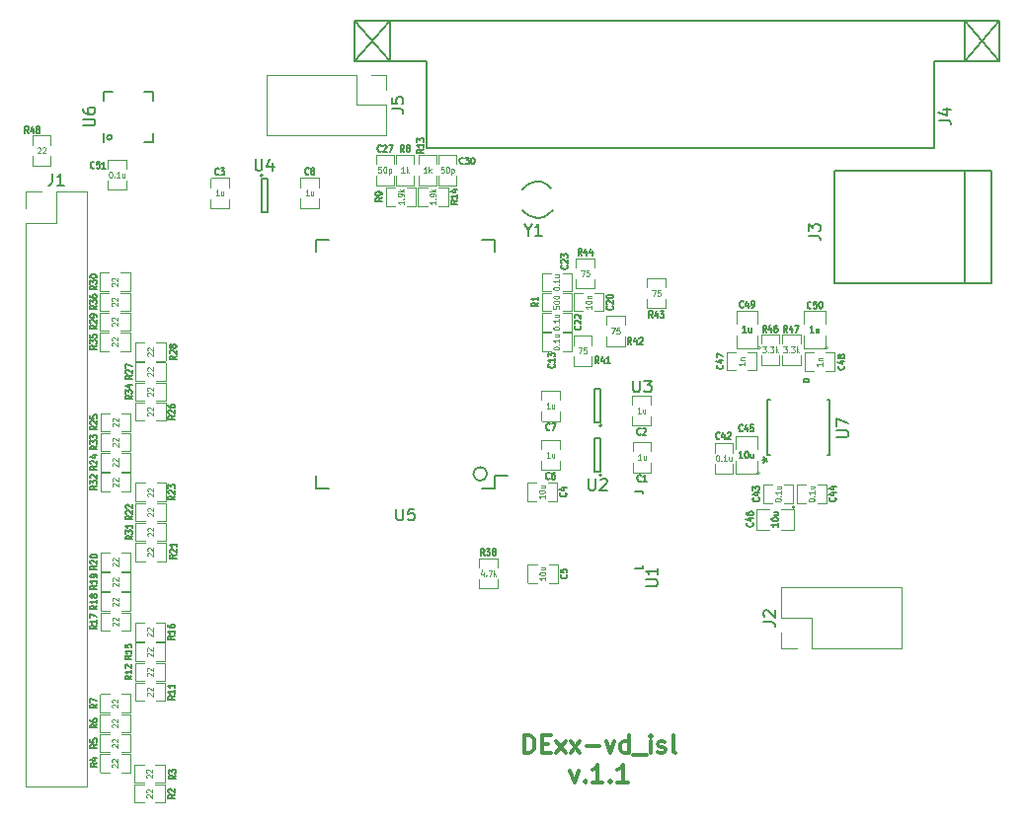
<source format=gto>
G04 #@! TF.GenerationSoftware,KiCad,Pcbnew,5.0.1+dfsg1-3*
G04 #@! TF.CreationDate,2018-12-17T22:42:35+02:00*
G04 #@! TF.ProjectId,isl_board,69736C5F626F6172642E6B696361645F,rev?*
G04 #@! TF.SameCoordinates,Original*
G04 #@! TF.FileFunction,Legend,Top*
G04 #@! TF.FilePolarity,Positive*
%FSLAX46Y46*%
G04 Gerber Fmt 4.6, Leading zero omitted, Abs format (unit mm)*
G04 Created by KiCad (PCBNEW 5.0.1+dfsg1-3) date 2018-12-17T22:42:35 EET*
%MOMM*%
%LPD*%
G01*
G04 APERTURE LIST*
%ADD10C,0.300000*%
%ADD11C,0.150000*%
%ADD12C,0.099060*%
%ADD13C,0.119380*%
%ADD14C,0.120000*%
%ADD15C,0.152400*%
%ADD16C,0.127000*%
%ADD17C,0.114300*%
G04 APERTURE END LIST*
D10*
X62067142Y-89353571D02*
X62067142Y-87853571D01*
X62424285Y-87853571D01*
X62638571Y-87925000D01*
X62781428Y-88067857D01*
X62852857Y-88210714D01*
X62924285Y-88496428D01*
X62924285Y-88710714D01*
X62852857Y-88996428D01*
X62781428Y-89139285D01*
X62638571Y-89282142D01*
X62424285Y-89353571D01*
X62067142Y-89353571D01*
X63567142Y-88567857D02*
X64067142Y-88567857D01*
X64281428Y-89353571D02*
X63567142Y-89353571D01*
X63567142Y-87853571D01*
X64281428Y-87853571D01*
X64781428Y-89353571D02*
X65567142Y-88353571D01*
X64781428Y-88353571D02*
X65567142Y-89353571D01*
X65995714Y-89353571D02*
X66781428Y-88353571D01*
X65995714Y-88353571D02*
X66781428Y-89353571D01*
X67352857Y-88782142D02*
X68495714Y-88782142D01*
X69067142Y-88353571D02*
X69424285Y-89353571D01*
X69781428Y-88353571D01*
X70995714Y-89353571D02*
X70995714Y-87853571D01*
X70995714Y-89282142D02*
X70852857Y-89353571D01*
X70567142Y-89353571D01*
X70424285Y-89282142D01*
X70352857Y-89210714D01*
X70281428Y-89067857D01*
X70281428Y-88639285D01*
X70352857Y-88496428D01*
X70424285Y-88425000D01*
X70567142Y-88353571D01*
X70852857Y-88353571D01*
X70995714Y-88425000D01*
X71352857Y-89496428D02*
X72495714Y-89496428D01*
X72852857Y-89353571D02*
X72852857Y-88353571D01*
X72852857Y-87853571D02*
X72781428Y-87925000D01*
X72852857Y-87996428D01*
X72924285Y-87925000D01*
X72852857Y-87853571D01*
X72852857Y-87996428D01*
X73495714Y-89282142D02*
X73638571Y-89353571D01*
X73924285Y-89353571D01*
X74067142Y-89282142D01*
X74138571Y-89139285D01*
X74138571Y-89067857D01*
X74067142Y-88925000D01*
X73924285Y-88853571D01*
X73710000Y-88853571D01*
X73567142Y-88782142D01*
X73495714Y-88639285D01*
X73495714Y-88567857D01*
X73567142Y-88425000D01*
X73710000Y-88353571D01*
X73924285Y-88353571D01*
X74067142Y-88425000D01*
X74995714Y-89353571D02*
X74852857Y-89282142D01*
X74781428Y-89139285D01*
X74781428Y-87853571D01*
X65960000Y-90903571D02*
X66317142Y-91903571D01*
X66674285Y-90903571D01*
X67245714Y-91760714D02*
X67317142Y-91832142D01*
X67245714Y-91903571D01*
X67174285Y-91832142D01*
X67245714Y-91760714D01*
X67245714Y-91903571D01*
X68745714Y-91903571D02*
X67888571Y-91903571D01*
X68317142Y-91903571D02*
X68317142Y-90403571D01*
X68174285Y-90617857D01*
X68031428Y-90760714D01*
X67888571Y-90832142D01*
X69388571Y-91760714D02*
X69460000Y-91832142D01*
X69388571Y-91903571D01*
X69317142Y-91832142D01*
X69388571Y-91760714D01*
X69388571Y-91903571D01*
X70888571Y-91903571D02*
X70031428Y-91903571D01*
X70460000Y-91903571D02*
X70460000Y-90403571D01*
X70317142Y-90617857D01*
X70174285Y-90760714D01*
X70031428Y-90832142D01*
D11*
G04 #@! TO.C,J4*
X102741660Y-26557920D02*
X99774940Y-30025020D01*
X102749280Y-30040260D02*
X99777480Y-26560460D01*
X50482680Y-26542680D02*
X47493100Y-30045340D01*
X50490300Y-30047880D02*
X47503260Y-26555380D01*
X102760000Y-26550000D02*
X102760000Y-30050000D01*
X47490000Y-30050000D02*
X47490000Y-26550000D01*
X47490000Y-26550000D02*
X102760000Y-26550000D01*
X99760000Y-26550000D02*
X99760000Y-30050000D01*
X97145000Y-30050000D02*
X102760000Y-30050000D01*
X97145000Y-30050000D02*
X97145000Y-37500000D01*
X97145000Y-37500000D02*
X53645000Y-37500000D01*
X53645000Y-37500000D02*
X53645000Y-30050000D01*
X53645000Y-30050000D02*
X47490000Y-30050000D01*
X50490000Y-30050000D02*
X50490000Y-26550000D01*
D12*
G04 #@! TO.C,C50*
X87829160Y-51472500D02*
X87829160Y-52552000D01*
X86041000Y-51462340D02*
X87819000Y-51462340D01*
X86030840Y-52552000D02*
X86030840Y-51472500D01*
X86030840Y-54647500D02*
X86030840Y-53568000D01*
X87819000Y-54657660D02*
X86041000Y-54657660D01*
X87829160Y-53568000D02*
X87829160Y-54647500D01*
X88080620Y-54624640D02*
G75*
G03X88080620Y-54624640I-127000J0D01*
G01*
G04 #@! TO.C,C49*
X82300620Y-54594640D02*
G75*
G03X82300620Y-54594640I-127000J0D01*
G01*
X82049160Y-53538000D02*
X82049160Y-54617500D01*
X82039000Y-54627660D02*
X80261000Y-54627660D01*
X80250840Y-54617500D02*
X80250840Y-53538000D01*
X80250840Y-52522000D02*
X80250840Y-51442500D01*
X80261000Y-51432340D02*
X82039000Y-51432340D01*
X82049160Y-51442500D02*
X82049160Y-52522000D01*
G04 #@! TO.C,C45*
X81989160Y-62212500D02*
X81989160Y-63292000D01*
X80201000Y-62202340D02*
X81979000Y-62202340D01*
X80190840Y-63292000D02*
X80190840Y-62212500D01*
X80190840Y-65387500D02*
X80190840Y-64308000D01*
X81979000Y-65397660D02*
X80201000Y-65397660D01*
X81989160Y-64308000D02*
X81989160Y-65387500D01*
X82240620Y-65364640D02*
G75*
G03X82240620Y-65364640I-127000J0D01*
G01*
G04 #@! TO.C,C46*
X85251640Y-68296380D02*
G75*
G03X85251640Y-68296380I-127000J0D01*
G01*
X84068000Y-68420840D02*
X85147500Y-68420840D01*
X85157660Y-68431000D02*
X85157660Y-70209000D01*
X85147500Y-70219160D02*
X84068000Y-70219160D01*
X83052000Y-70219160D02*
X81972500Y-70219160D01*
X81962340Y-70209000D02*
X81962340Y-68431000D01*
X81972500Y-68420840D02*
X83052000Y-68420840D01*
D11*
G04 #@! TO.C,J3*
X102115000Y-39400000D02*
X102115000Y-49100000D01*
X102115000Y-49100000D02*
X88615000Y-49100000D01*
X88615000Y-49100000D02*
X88615000Y-39400000D01*
X88615000Y-39400000D02*
X102115000Y-39400000D01*
X99765000Y-39400000D02*
X99765000Y-49100000D01*
D13*
G04 #@! TO.C,R38*
X59744860Y-73439620D02*
X59744860Y-72657300D01*
X59744860Y-74440380D02*
X59744860Y-75222700D01*
X58175140Y-73439620D02*
X58175140Y-72657300D01*
X58175140Y-75222700D02*
X58175140Y-74440380D01*
X58198000Y-72649680D02*
X59722000Y-72649680D01*
X59722000Y-75230320D02*
X58198000Y-75230320D01*
G04 #@! TO.C,R25*
X27470380Y-61784860D02*
X28252700Y-61784860D01*
X26469620Y-61784860D02*
X25687300Y-61784860D01*
X27470380Y-60215140D02*
X28252700Y-60215140D01*
X25687300Y-60215140D02*
X26469620Y-60215140D01*
X28260320Y-60238000D02*
X28260320Y-61762000D01*
X25679680Y-61762000D02*
X25679680Y-60238000D01*
G04 #@! TO.C,R21*
X30500380Y-72904860D02*
X31282700Y-72904860D01*
X29499620Y-72904860D02*
X28717300Y-72904860D01*
X30500380Y-71335140D02*
X31282700Y-71335140D01*
X28717300Y-71335140D02*
X29499620Y-71335140D01*
X31290320Y-71358000D02*
X31290320Y-72882000D01*
X28709680Y-72882000D02*
X28709680Y-71358000D01*
G04 #@! TO.C,R23*
X30500380Y-67774860D02*
X31282700Y-67774860D01*
X29499620Y-67774860D02*
X28717300Y-67774860D01*
X30500380Y-66205140D02*
X31282700Y-66205140D01*
X28717300Y-66205140D02*
X29499620Y-66205140D01*
X31290320Y-66228000D02*
X31290320Y-67752000D01*
X28709680Y-67752000D02*
X28709680Y-66228000D01*
G04 #@! TO.C,R34*
X30470380Y-59144860D02*
X31252700Y-59144860D01*
X29469620Y-59144860D02*
X28687300Y-59144860D01*
X30470380Y-57575140D02*
X31252700Y-57575140D01*
X28687300Y-57575140D02*
X29469620Y-57575140D01*
X31260320Y-57598000D02*
X31260320Y-59122000D01*
X28679680Y-59122000D02*
X28679680Y-57598000D01*
G04 #@! TO.C,R27*
X30470380Y-57434860D02*
X31252700Y-57434860D01*
X29469620Y-57434860D02*
X28687300Y-57434860D01*
X30470380Y-55865140D02*
X31252700Y-55865140D01*
X28687300Y-55865140D02*
X29469620Y-55865140D01*
X31260320Y-55888000D02*
X31260320Y-57412000D01*
X28679680Y-57412000D02*
X28679680Y-55888000D01*
G04 #@! TO.C,R31*
X30500380Y-71194860D02*
X31282700Y-71194860D01*
X29499620Y-71194860D02*
X28717300Y-71194860D01*
X30500380Y-69625140D02*
X31282700Y-69625140D01*
X28717300Y-69625140D02*
X29499620Y-69625140D01*
X31290320Y-69648000D02*
X31290320Y-71172000D01*
X28709680Y-71172000D02*
X28709680Y-69648000D01*
G04 #@! TO.C,R22*
X30500380Y-69484860D02*
X31282700Y-69484860D01*
X29499620Y-69484860D02*
X28717300Y-69484860D01*
X30500380Y-67915140D02*
X31282700Y-67915140D01*
X28717300Y-67915140D02*
X29499620Y-67915140D01*
X31290320Y-67938000D02*
X31290320Y-69462000D01*
X28709680Y-69462000D02*
X28709680Y-67938000D01*
G04 #@! TO.C,R32*
X27470380Y-66914860D02*
X28252700Y-66914860D01*
X26469620Y-66914860D02*
X25687300Y-66914860D01*
X27470380Y-65345140D02*
X28252700Y-65345140D01*
X25687300Y-65345140D02*
X26469620Y-65345140D01*
X28260320Y-65368000D02*
X28260320Y-66892000D01*
X25679680Y-66892000D02*
X25679680Y-65368000D01*
G04 #@! TO.C,R33*
X27470380Y-63494860D02*
X28252700Y-63494860D01*
X26469620Y-63494860D02*
X25687300Y-63494860D01*
X27470380Y-61925140D02*
X28252700Y-61925140D01*
X25687300Y-61925140D02*
X26469620Y-61925140D01*
X28260320Y-61948000D02*
X28260320Y-63472000D01*
X25679680Y-63472000D02*
X25679680Y-61948000D01*
G04 #@! TO.C,R24*
X27470380Y-65204860D02*
X28252700Y-65204860D01*
X26469620Y-65204860D02*
X25687300Y-65204860D01*
X27470380Y-63635140D02*
X28252700Y-63635140D01*
X25687300Y-63635140D02*
X26469620Y-63635140D01*
X28260320Y-63658000D02*
X28260320Y-65182000D01*
X25679680Y-65182000D02*
X25679680Y-63658000D01*
G04 #@! TO.C,R28*
X30470380Y-55724860D02*
X31252700Y-55724860D01*
X29469620Y-55724860D02*
X28687300Y-55724860D01*
X30470380Y-54155140D02*
X31252700Y-54155140D01*
X28687300Y-54155140D02*
X29469620Y-54155140D01*
X31260320Y-54178000D02*
X31260320Y-55702000D01*
X28679680Y-55702000D02*
X28679680Y-54178000D01*
G04 #@! TO.C,R26*
X30470380Y-60854860D02*
X31252700Y-60854860D01*
X29469620Y-60854860D02*
X28687300Y-60854860D01*
X30470380Y-59285140D02*
X31252700Y-59285140D01*
X28687300Y-59285140D02*
X29469620Y-59285140D01*
X31260320Y-59308000D02*
X31260320Y-60832000D01*
X28679680Y-60832000D02*
X28679680Y-59308000D01*
D14*
G04 #@! TO.C,J2*
X94350000Y-80380000D02*
X94350000Y-75180000D01*
X86670000Y-80380000D02*
X94350000Y-80380000D01*
X84070000Y-75180000D02*
X94350000Y-75180000D01*
X86670000Y-80380000D02*
X86670000Y-77780000D01*
X86670000Y-77780000D02*
X84070000Y-77780000D01*
X84070000Y-77780000D02*
X84070000Y-75180000D01*
X85400000Y-80380000D02*
X84070000Y-80380000D01*
X84070000Y-80380000D02*
X84070000Y-79050000D01*
D13*
G04 #@! TO.C,R48*
X21414860Y-37181620D02*
X21414860Y-36399300D01*
X21414860Y-38182380D02*
X21414860Y-38964700D01*
X19845140Y-37181620D02*
X19845140Y-36399300D01*
X19845140Y-38964700D02*
X19845140Y-38182380D01*
X19868000Y-36391680D02*
X21392000Y-36391680D01*
X21392000Y-38972320D02*
X19868000Y-38972320D01*
D14*
G04 #@! TO.C,J5*
X50200000Y-31170000D02*
X50200000Y-32500000D01*
X48870000Y-31170000D02*
X50200000Y-31170000D01*
X50200000Y-33770000D02*
X50200000Y-36370000D01*
X47600000Y-33770000D02*
X50200000Y-33770000D01*
X47600000Y-31170000D02*
X47600000Y-33770000D01*
X50200000Y-36370000D02*
X39920000Y-36370000D01*
X47600000Y-31170000D02*
X39920000Y-31170000D01*
X39920000Y-31170000D02*
X39920000Y-36370000D01*
D15*
G04 #@! TO.C,U7*
X88219700Y-63814900D02*
X88219700Y-59065100D01*
X88219700Y-59065100D02*
X88000541Y-59065100D01*
X82860300Y-59065100D02*
X82860300Y-63814900D01*
X82860300Y-63814900D02*
X83079459Y-63814900D01*
X88000539Y-63814900D02*
X88219700Y-63814900D01*
X83079461Y-59065100D02*
X82860300Y-59065100D01*
X85999499Y-57274400D02*
X86380499Y-57274400D01*
X86380499Y-57274400D02*
X86380499Y-57528400D01*
X86380499Y-57528400D02*
X85999499Y-57528400D01*
X85999499Y-57528400D02*
X85999499Y-57274400D01*
D13*
G04 #@! TO.C,C42*
X79902000Y-65380320D02*
X78378000Y-65380320D01*
X78378000Y-62799680D02*
X79902000Y-62799680D01*
X78355140Y-65372700D02*
X78355140Y-64590380D01*
X78355140Y-63589620D02*
X78355140Y-62807300D01*
X79924860Y-64590380D02*
X79924860Y-65372700D01*
X79924860Y-63589620D02*
X79924860Y-62807300D01*
G04 #@! TO.C,C44*
X86169620Y-66345140D02*
X85387300Y-66345140D01*
X87170380Y-66345140D02*
X87952700Y-66345140D01*
X86169620Y-67914860D02*
X85387300Y-67914860D01*
X87952700Y-67914860D02*
X87170380Y-67914860D01*
X85379680Y-67892000D02*
X85379680Y-66368000D01*
X87960320Y-66368000D02*
X87960320Y-67892000D01*
G04 #@! TO.C,C43*
X85100320Y-66368000D02*
X85100320Y-67892000D01*
X82519680Y-67892000D02*
X82519680Y-66368000D01*
X85092700Y-67914860D02*
X84310380Y-67914860D01*
X83309620Y-67914860D02*
X82527300Y-67914860D01*
X84310380Y-66345140D02*
X85092700Y-66345140D01*
X83309620Y-66345140D02*
X82527300Y-66345140D01*
G04 #@! TO.C,C51*
X27874860Y-39259620D02*
X27874860Y-38477300D01*
X27874860Y-40260380D02*
X27874860Y-41042700D01*
X26305140Y-39259620D02*
X26305140Y-38477300D01*
X26305140Y-41042700D02*
X26305140Y-40260380D01*
X26328000Y-38469680D02*
X27852000Y-38469680D01*
X27852000Y-41050320D02*
X26328000Y-41050320D01*
G04 #@! TO.C,C48*
X86049680Y-56562000D02*
X86049680Y-55038000D01*
X88630320Y-55038000D02*
X88630320Y-56562000D01*
X86057300Y-55015140D02*
X86839620Y-55015140D01*
X87840380Y-55015140D02*
X88622700Y-55015140D01*
X86839620Y-56584860D02*
X86057300Y-56584860D01*
X87840380Y-56584860D02*
X88622700Y-56584860D01*
G04 #@! TO.C,C47*
X80179620Y-54985140D02*
X79397300Y-54985140D01*
X81180380Y-54985140D02*
X81962700Y-54985140D01*
X80179620Y-56554860D02*
X79397300Y-56554860D01*
X81962700Y-56554860D02*
X81180380Y-56554860D01*
X79389680Y-56532000D02*
X79389680Y-55008000D01*
X81970320Y-55008000D02*
X81970320Y-56532000D01*
G04 #@! TO.C,R46*
X83892000Y-56060320D02*
X82368000Y-56060320D01*
X82368000Y-53479680D02*
X83892000Y-53479680D01*
X82345140Y-56052700D02*
X82345140Y-55270380D01*
X82345140Y-54269620D02*
X82345140Y-53487300D01*
X83914860Y-55270380D02*
X83914860Y-56052700D01*
X83914860Y-54269620D02*
X83914860Y-53487300D01*
G04 #@! TO.C,R47*
X85704860Y-54269620D02*
X85704860Y-53487300D01*
X85704860Y-55270380D02*
X85704860Y-56052700D01*
X84135140Y-54269620D02*
X84135140Y-53487300D01*
X84135140Y-56052700D02*
X84135140Y-55270380D01*
X84158000Y-53479680D02*
X85682000Y-53479680D01*
X85682000Y-56060320D02*
X84158000Y-56060320D01*
D11*
G04 #@! TO.C,U6*
X26665948Y-36548143D02*
G75*
G03X26665948Y-36548143I-209115J0D01*
G01*
X25940053Y-32632843D02*
X25940053Y-33407843D01*
X30240053Y-32632843D02*
X30240053Y-33407843D01*
X30240053Y-36932843D02*
X30240053Y-36157843D01*
X25940053Y-36932843D02*
X25940053Y-36157843D01*
X30240053Y-32632843D02*
X29465053Y-32632843D01*
X30240053Y-36932843D02*
X29465053Y-36932843D01*
X25940053Y-32632843D02*
X26715053Y-32632843D01*
D13*
G04 #@! TO.C,C1*
X72904860Y-63489620D02*
X72904860Y-62707300D01*
X72904860Y-64490380D02*
X72904860Y-65272700D01*
X71335140Y-63489620D02*
X71335140Y-62707300D01*
X71335140Y-65272700D02*
X71335140Y-64490380D01*
X71358000Y-62699680D02*
X72882000Y-62699680D01*
X72882000Y-65280320D02*
X71358000Y-65280320D01*
G04 #@! TO.C,C2*
X72874860Y-59469620D02*
X72874860Y-58687300D01*
X72874860Y-60470380D02*
X72874860Y-61252700D01*
X71305140Y-59469620D02*
X71305140Y-58687300D01*
X71305140Y-61252700D02*
X71305140Y-60470380D01*
X71328000Y-58679680D02*
X72852000Y-58679680D01*
X72852000Y-61260320D02*
X71328000Y-61260320D01*
G04 #@! TO.C,C3*
X35145140Y-41830380D02*
X35145140Y-42612700D01*
X35145140Y-40829620D02*
X35145140Y-40047300D01*
X36714860Y-41830380D02*
X36714860Y-42612700D01*
X36714860Y-40047300D02*
X36714860Y-40829620D01*
X36692000Y-42620320D02*
X35168000Y-42620320D01*
X35168000Y-40039680D02*
X36692000Y-40039680D01*
G04 #@! TO.C,C4*
X63049620Y-66175140D02*
X62267300Y-66175140D01*
X64050380Y-66175140D02*
X64832700Y-66175140D01*
X63049620Y-67744860D02*
X62267300Y-67744860D01*
X64832700Y-67744860D02*
X64050380Y-67744860D01*
X62259680Y-67722000D02*
X62259680Y-66198000D01*
X64840320Y-66198000D02*
X64840320Y-67722000D01*
G04 #@! TO.C,C5*
X63119620Y-73205140D02*
X62337300Y-73205140D01*
X64120380Y-73205140D02*
X64902700Y-73205140D01*
X63119620Y-74774860D02*
X62337300Y-74774860D01*
X64902700Y-74774860D02*
X64120380Y-74774860D01*
X62329680Y-74752000D02*
X62329680Y-73228000D01*
X64910320Y-73228000D02*
X64910320Y-74752000D01*
G04 #@! TO.C,C6*
X65074860Y-63279620D02*
X65074860Y-62497300D01*
X65074860Y-64280380D02*
X65074860Y-65062700D01*
X63505140Y-63279620D02*
X63505140Y-62497300D01*
X63505140Y-65062700D02*
X63505140Y-64280380D01*
X63528000Y-62489680D02*
X65052000Y-62489680D01*
X65052000Y-65070320D02*
X63528000Y-65070320D01*
G04 #@! TO.C,C7*
X65084860Y-59089620D02*
X65084860Y-58307300D01*
X65084860Y-60090380D02*
X65084860Y-60872700D01*
X63515140Y-59089620D02*
X63515140Y-58307300D01*
X63515140Y-60872700D02*
X63515140Y-60090380D01*
X63538000Y-58299680D02*
X65062000Y-58299680D01*
X65062000Y-60880320D02*
X63538000Y-60880320D01*
G04 #@! TO.C,C8*
X42855140Y-41810380D02*
X42855140Y-42592700D01*
X42855140Y-40809620D02*
X42855140Y-40027300D01*
X44424860Y-41810380D02*
X44424860Y-42592700D01*
X44424860Y-40027300D02*
X44424860Y-40809620D01*
X44402000Y-42600320D02*
X42878000Y-42600320D01*
X42878000Y-40019680D02*
X44402000Y-40019680D01*
G04 #@! TO.C,C13*
X65310380Y-54894860D02*
X66092700Y-54894860D01*
X64309620Y-54894860D02*
X63527300Y-54894860D01*
X65310380Y-53325140D02*
X66092700Y-53325140D01*
X63527300Y-53325140D02*
X64309620Y-53325140D01*
X66100320Y-53348000D02*
X66100320Y-54872000D01*
X63519680Y-54872000D02*
X63519680Y-53348000D01*
G04 #@! TO.C,C20*
X67059620Y-49905140D02*
X66277300Y-49905140D01*
X68060380Y-49905140D02*
X68842700Y-49905140D01*
X67059620Y-51474860D02*
X66277300Y-51474860D01*
X68842700Y-51474860D02*
X68060380Y-51474860D01*
X66269680Y-51452000D02*
X66269680Y-49928000D01*
X68850320Y-49928000D02*
X68850320Y-51452000D01*
G04 #@! TO.C,C22*
X64309620Y-51615140D02*
X63527300Y-51615140D01*
X65310380Y-51615140D02*
X66092700Y-51615140D01*
X64309620Y-53184860D02*
X63527300Y-53184860D01*
X66092700Y-53184860D02*
X65310380Y-53184860D01*
X63519680Y-53162000D02*
X63519680Y-51638000D01*
X66100320Y-51638000D02*
X66100320Y-53162000D01*
G04 #@! TO.C,C23*
X64309620Y-48195140D02*
X63527300Y-48195140D01*
X65310380Y-48195140D02*
X66092700Y-48195140D01*
X64309620Y-49764860D02*
X63527300Y-49764860D01*
X66092700Y-49764860D02*
X65310380Y-49764860D01*
X63519680Y-49742000D02*
X63519680Y-48218000D01*
X66100320Y-48218000D02*
X66100320Y-49742000D01*
G04 #@! TO.C,C27*
X49295140Y-39850380D02*
X49295140Y-40632700D01*
X49295140Y-38849620D02*
X49295140Y-38067300D01*
X50864860Y-39850380D02*
X50864860Y-40632700D01*
X50864860Y-38067300D02*
X50864860Y-38849620D01*
X50842000Y-40640320D02*
X49318000Y-40640320D01*
X49318000Y-38059680D02*
X50842000Y-38059680D01*
G04 #@! TO.C,C30*
X54655140Y-39860380D02*
X54655140Y-40642700D01*
X54655140Y-38859620D02*
X54655140Y-38077300D01*
X56224860Y-39860380D02*
X56224860Y-40642700D01*
X56224860Y-38077300D02*
X56224860Y-38859620D01*
X56202000Y-40650320D02*
X54678000Y-40650320D01*
X54678000Y-38069680D02*
X56202000Y-38069680D01*
D14*
G04 #@! TO.C,J1*
X19240000Y-43870000D02*
X19240000Y-92250000D01*
X19240000Y-92250000D02*
X24560000Y-92250000D01*
X24560000Y-92250000D02*
X24560000Y-41210000D01*
X24560000Y-41210000D02*
X21900000Y-41210000D01*
X21900000Y-41210000D02*
X21900000Y-43870000D01*
X21900000Y-43870000D02*
X19240000Y-43870000D01*
X19240000Y-42600000D02*
X19240000Y-41210000D01*
X19240000Y-41210000D02*
X20630000Y-41210000D01*
D13*
G04 #@! TO.C,R1*
X64309620Y-49905140D02*
X63527300Y-49905140D01*
X65310380Y-49905140D02*
X66092700Y-49905140D01*
X64309620Y-51474860D02*
X63527300Y-51474860D01*
X66092700Y-51474860D02*
X65310380Y-51474860D01*
X63519680Y-51452000D02*
X63519680Y-49928000D01*
X66100320Y-49928000D02*
X66100320Y-51452000D01*
G04 #@! TO.C,R2*
X30400380Y-93634860D02*
X31182700Y-93634860D01*
X29399620Y-93634860D02*
X28617300Y-93634860D01*
X30400380Y-92065140D02*
X31182700Y-92065140D01*
X28617300Y-92065140D02*
X29399620Y-92065140D01*
X31190320Y-92088000D02*
X31190320Y-93612000D01*
X28609680Y-93612000D02*
X28609680Y-92088000D01*
G04 #@! TO.C,R3*
X30400380Y-91924860D02*
X31182700Y-91924860D01*
X29399620Y-91924860D02*
X28617300Y-91924860D01*
X30400380Y-90355140D02*
X31182700Y-90355140D01*
X28617300Y-90355140D02*
X29399620Y-90355140D01*
X31190320Y-90378000D02*
X31190320Y-91902000D01*
X28609680Y-91902000D02*
X28609680Y-90378000D01*
G04 #@! TO.C,R4*
X27460380Y-91024860D02*
X28242700Y-91024860D01*
X26459620Y-91024860D02*
X25677300Y-91024860D01*
X27460380Y-89455140D02*
X28242700Y-89455140D01*
X25677300Y-89455140D02*
X26459620Y-89455140D01*
X28250320Y-89478000D02*
X28250320Y-91002000D01*
X25669680Y-91002000D02*
X25669680Y-89478000D01*
G04 #@! TO.C,R5*
X27460380Y-89314860D02*
X28242700Y-89314860D01*
X26459620Y-89314860D02*
X25677300Y-89314860D01*
X27460380Y-87745140D02*
X28242700Y-87745140D01*
X25677300Y-87745140D02*
X26459620Y-87745140D01*
X28250320Y-87768000D02*
X28250320Y-89292000D01*
X25669680Y-89292000D02*
X25669680Y-87768000D01*
G04 #@! TO.C,R6*
X27460380Y-87604860D02*
X28242700Y-87604860D01*
X26459620Y-87604860D02*
X25677300Y-87604860D01*
X27460380Y-86035140D02*
X28242700Y-86035140D01*
X25677300Y-86035140D02*
X26459620Y-86035140D01*
X28250320Y-86058000D02*
X28250320Y-87582000D01*
X25669680Y-87582000D02*
X25669680Y-86058000D01*
G04 #@! TO.C,R7*
X27460380Y-85894860D02*
X28242700Y-85894860D01*
X26459620Y-85894860D02*
X25677300Y-85894860D01*
X27460380Y-84325140D02*
X28242700Y-84325140D01*
X25677300Y-84325140D02*
X26459620Y-84325140D01*
X28250320Y-84348000D02*
X28250320Y-85872000D01*
X25669680Y-85872000D02*
X25669680Y-84348000D01*
G04 #@! TO.C,R8*
X51025140Y-39850380D02*
X51025140Y-40632700D01*
X51025140Y-38849620D02*
X51025140Y-38067300D01*
X52594860Y-39850380D02*
X52594860Y-40632700D01*
X52594860Y-38067300D02*
X52594860Y-38849620D01*
X52572000Y-40640320D02*
X51048000Y-40640320D01*
X51048000Y-38059680D02*
X52572000Y-38059680D01*
G04 #@! TO.C,R9*
X50959620Y-40855140D02*
X50177300Y-40855140D01*
X51960380Y-40855140D02*
X52742700Y-40855140D01*
X50959620Y-42424860D02*
X50177300Y-42424860D01*
X52742700Y-42424860D02*
X51960380Y-42424860D01*
X50169680Y-42402000D02*
X50169680Y-40878000D01*
X52750320Y-40878000D02*
X52750320Y-42402000D01*
G04 #@! TO.C,R11*
X30440380Y-84914860D02*
X31222700Y-84914860D01*
X29439620Y-84914860D02*
X28657300Y-84914860D01*
X30440380Y-83345140D02*
X31222700Y-83345140D01*
X28657300Y-83345140D02*
X29439620Y-83345140D01*
X31230320Y-83368000D02*
X31230320Y-84892000D01*
X28649680Y-84892000D02*
X28649680Y-83368000D01*
G04 #@! TO.C,R12*
X30440380Y-83194860D02*
X31222700Y-83194860D01*
X29439620Y-83194860D02*
X28657300Y-83194860D01*
X30440380Y-81625140D02*
X31222700Y-81625140D01*
X28657300Y-81625140D02*
X29439620Y-81625140D01*
X31230320Y-81648000D02*
X31230320Y-83172000D01*
X28649680Y-83172000D02*
X28649680Y-81648000D01*
G04 #@! TO.C,R13*
X52935140Y-39860380D02*
X52935140Y-40642700D01*
X52935140Y-38859620D02*
X52935140Y-38077300D01*
X54504860Y-39860380D02*
X54504860Y-40642700D01*
X54504860Y-38077300D02*
X54504860Y-38859620D01*
X54482000Y-40650320D02*
X52958000Y-40650320D01*
X52958000Y-38069680D02*
X54482000Y-38069680D01*
G04 #@! TO.C,R14*
X54710380Y-42424860D02*
X55492700Y-42424860D01*
X53709620Y-42424860D02*
X52927300Y-42424860D01*
X54710380Y-40855140D02*
X55492700Y-40855140D01*
X52927300Y-40855140D02*
X53709620Y-40855140D01*
X55500320Y-40878000D02*
X55500320Y-42402000D01*
X52919680Y-42402000D02*
X52919680Y-40878000D01*
G04 #@! TO.C,R15*
X30440380Y-81474860D02*
X31222700Y-81474860D01*
X29439620Y-81474860D02*
X28657300Y-81474860D01*
X30440380Y-79905140D02*
X31222700Y-79905140D01*
X28657300Y-79905140D02*
X29439620Y-79905140D01*
X31230320Y-79928000D02*
X31230320Y-81452000D01*
X28649680Y-81452000D02*
X28649680Y-79928000D01*
G04 #@! TO.C,R16*
X30440380Y-79764860D02*
X31222700Y-79764860D01*
X29439620Y-79764860D02*
X28657300Y-79764860D01*
X30440380Y-78195140D02*
X31222700Y-78195140D01*
X28657300Y-78195140D02*
X29439620Y-78195140D01*
X31230320Y-78218000D02*
X31230320Y-79742000D01*
X28649680Y-79742000D02*
X28649680Y-78218000D01*
G04 #@! TO.C,R17*
X27470380Y-78884860D02*
X28252700Y-78884860D01*
X26469620Y-78884860D02*
X25687300Y-78884860D01*
X27470380Y-77315140D02*
X28252700Y-77315140D01*
X25687300Y-77315140D02*
X26469620Y-77315140D01*
X28260320Y-77338000D02*
X28260320Y-78862000D01*
X25679680Y-78862000D02*
X25679680Y-77338000D01*
G04 #@! TO.C,R18*
X27470380Y-77174860D02*
X28252700Y-77174860D01*
X26469620Y-77174860D02*
X25687300Y-77174860D01*
X27470380Y-75605140D02*
X28252700Y-75605140D01*
X25687300Y-75605140D02*
X26469620Y-75605140D01*
X28260320Y-75628000D02*
X28260320Y-77152000D01*
X25679680Y-77152000D02*
X25679680Y-75628000D01*
G04 #@! TO.C,R19*
X27470380Y-75464860D02*
X28252700Y-75464860D01*
X26469620Y-75464860D02*
X25687300Y-75464860D01*
X27470380Y-73895140D02*
X28252700Y-73895140D01*
X25687300Y-73895140D02*
X26469620Y-73895140D01*
X28260320Y-73918000D02*
X28260320Y-75442000D01*
X25679680Y-75442000D02*
X25679680Y-73918000D01*
G04 #@! TO.C,R20*
X27470380Y-73754860D02*
X28252700Y-73754860D01*
X26469620Y-73754860D02*
X25687300Y-73754860D01*
X27470380Y-72185140D02*
X28252700Y-72185140D01*
X25687300Y-72185140D02*
X26469620Y-72185140D01*
X28260320Y-72208000D02*
X28260320Y-73732000D01*
X25679680Y-73732000D02*
X25679680Y-72208000D01*
G04 #@! TO.C,R29*
X27430380Y-53154860D02*
X28212700Y-53154860D01*
X26429620Y-53154860D02*
X25647300Y-53154860D01*
X27430380Y-51585140D02*
X28212700Y-51585140D01*
X25647300Y-51585140D02*
X26429620Y-51585140D01*
X28220320Y-51608000D02*
X28220320Y-53132000D01*
X25639680Y-53132000D02*
X25639680Y-51608000D01*
G04 #@! TO.C,R30*
X27430380Y-49734860D02*
X28212700Y-49734860D01*
X26429620Y-49734860D02*
X25647300Y-49734860D01*
X27430380Y-48165140D02*
X28212700Y-48165140D01*
X25647300Y-48165140D02*
X26429620Y-48165140D01*
X28220320Y-48188000D02*
X28220320Y-49712000D01*
X25639680Y-49712000D02*
X25639680Y-48188000D01*
G04 #@! TO.C,R35*
X27430380Y-54864860D02*
X28212700Y-54864860D01*
X26429620Y-54864860D02*
X25647300Y-54864860D01*
X27430380Y-53295140D02*
X28212700Y-53295140D01*
X25647300Y-53295140D02*
X26429620Y-53295140D01*
X28220320Y-53318000D02*
X28220320Y-54842000D01*
X25639680Y-54842000D02*
X25639680Y-53318000D01*
G04 #@! TO.C,R36*
X27430380Y-51444860D02*
X28212700Y-51444860D01*
X26429620Y-51444860D02*
X25647300Y-51444860D01*
X27430380Y-49875140D02*
X28212700Y-49875140D01*
X25647300Y-49875140D02*
X26429620Y-49875140D01*
X28220320Y-49898000D02*
X28220320Y-51422000D01*
X25639680Y-51422000D02*
X25639680Y-49898000D01*
G04 #@! TO.C,R41*
X66255140Y-55360380D02*
X66255140Y-56142700D01*
X66255140Y-54359620D02*
X66255140Y-53577300D01*
X67824860Y-55360380D02*
X67824860Y-56142700D01*
X67824860Y-53577300D02*
X67824860Y-54359620D01*
X67802000Y-56150320D02*
X66278000Y-56150320D01*
X66278000Y-53569680D02*
X67802000Y-53569680D01*
G04 #@! TO.C,R42*
X69075140Y-53660380D02*
X69075140Y-54442700D01*
X69075140Y-52659620D02*
X69075140Y-51877300D01*
X70644860Y-53660380D02*
X70644860Y-54442700D01*
X70644860Y-51877300D02*
X70644860Y-52659620D01*
X70622000Y-54450320D02*
X69098000Y-54450320D01*
X69098000Y-51869680D02*
X70622000Y-51869680D01*
G04 #@! TO.C,R43*
X74144860Y-49419620D02*
X74144860Y-48637300D01*
X74144860Y-50420380D02*
X74144860Y-51202700D01*
X72575140Y-49419620D02*
X72575140Y-48637300D01*
X72575140Y-51202700D02*
X72575140Y-50420380D01*
X72598000Y-48629680D02*
X74122000Y-48629680D01*
X74122000Y-51210320D02*
X72598000Y-51210320D01*
G04 #@! TO.C,R44*
X68034860Y-47709620D02*
X68034860Y-46927300D01*
X68034860Y-48710380D02*
X68034860Y-49492700D01*
X66465140Y-47709620D02*
X66465140Y-46927300D01*
X66465140Y-49492700D02*
X66465140Y-48710380D01*
X66488000Y-46919680D02*
X68012000Y-46919680D01*
X68012000Y-49500320D02*
X66488000Y-49500320D01*
D11*
G04 #@! TO.C,U1*
X72201180Y-73325260D02*
X72201180Y-73277000D01*
X71510300Y-66889000D02*
X72211340Y-66889000D01*
X72211340Y-66889000D02*
X72211340Y-67137920D01*
X72201180Y-73325260D02*
X72201180Y-73525920D01*
X72201180Y-73525920D02*
X71500140Y-73525920D01*
G04 #@! TO.C,U2*
X68670000Y-65520000D02*
G75*
G03X68670000Y-65520000I-100000J0D01*
G01*
X68020000Y-65270000D02*
X68520000Y-65270000D01*
X68020000Y-62370000D02*
X68020000Y-65270000D01*
X68520000Y-62370000D02*
X68020000Y-62370000D01*
X68520000Y-65270000D02*
X68520000Y-62370000D01*
G04 #@! TO.C,U3*
X68670000Y-61280000D02*
G75*
G03X68670000Y-61280000I-100000J0D01*
G01*
X68020000Y-61030000D02*
X68520000Y-61030000D01*
X68020000Y-58130000D02*
X68020000Y-61030000D01*
X68520000Y-58130000D02*
X68020000Y-58130000D01*
X68520000Y-61030000D02*
X68520000Y-58130000D01*
G04 #@! TO.C,U4*
X39580000Y-39810000D02*
G75*
G03X39580000Y-39810000I-100000J0D01*
G01*
X40030000Y-40060000D02*
X39530000Y-40060000D01*
X40030000Y-42960000D02*
X40030000Y-40060000D01*
X39530000Y-42960000D02*
X40030000Y-42960000D01*
X39530000Y-40060000D02*
X39530000Y-42960000D01*
G04 #@! TO.C,Y1*
X61899520Y-41010840D02*
X62150980Y-40759380D01*
X62150980Y-40759380D02*
X62498960Y-40510460D01*
X62498960Y-40510460D02*
X63050140Y-40360600D01*
X63050140Y-40360600D02*
X63448920Y-40360600D01*
X63448920Y-40360600D02*
X63949300Y-40561260D01*
X63949300Y-40561260D02*
X64350620Y-40909240D01*
X61899520Y-42760900D02*
X62049380Y-42959020D01*
X62049380Y-42959020D02*
X62349100Y-43210480D01*
X62349100Y-43210480D02*
X62801220Y-43411140D01*
X62801220Y-43411140D02*
X63250800Y-43459400D01*
X63250800Y-43459400D02*
X63751180Y-43360340D01*
X63751180Y-43360340D02*
X64099160Y-43159680D01*
X64099160Y-43159680D02*
X64449680Y-42809160D01*
G04 #@! TO.C,U5*
X58838232Y-65420640D02*
G75*
G03X58838232Y-65420640I-590292J0D01*
G01*
X59505000Y-66665000D02*
X59505000Y-65590000D01*
X44155000Y-66665000D02*
X44155000Y-65590000D01*
X44155000Y-45315000D02*
X44155000Y-46390000D01*
X59505000Y-45315000D02*
X59505000Y-46390000D01*
X59505000Y-66665000D02*
X58430000Y-66665000D01*
X59505000Y-45315000D02*
X58430000Y-45315000D01*
X44155000Y-45315000D02*
X45230000Y-45315000D01*
X44155000Y-66665000D02*
X45230000Y-66665000D01*
X59505000Y-65590000D02*
X60605000Y-65590000D01*
G04 #@! TO.C,J4*
X97580380Y-35070053D02*
X98294666Y-35070053D01*
X98437523Y-35117672D01*
X98532761Y-35212910D01*
X98580380Y-35355767D01*
X98580380Y-35451005D01*
X97913714Y-34165291D02*
X98580380Y-34165291D01*
X97532761Y-34403386D02*
X98247047Y-34641481D01*
X98247047Y-34022434D01*
G04 #@! TO.C,C50*
D16*
X86623428Y-51168642D02*
X86599238Y-51196461D01*
X86526666Y-51224280D01*
X86478285Y-51224280D01*
X86405714Y-51196461D01*
X86357333Y-51140823D01*
X86333142Y-51085185D01*
X86308952Y-50973909D01*
X86308952Y-50890452D01*
X86333142Y-50779176D01*
X86357333Y-50723538D01*
X86405714Y-50667900D01*
X86478285Y-50640080D01*
X86526666Y-50640080D01*
X86599238Y-50667900D01*
X86623428Y-50695719D01*
X87083047Y-50640080D02*
X86841142Y-50640080D01*
X86816952Y-50918271D01*
X86841142Y-50890452D01*
X86889523Y-50862633D01*
X87010476Y-50862633D01*
X87058857Y-50890452D01*
X87083047Y-50918271D01*
X87107238Y-50973909D01*
X87107238Y-51113004D01*
X87083047Y-51168642D01*
X87058857Y-51196461D01*
X87010476Y-51224280D01*
X86889523Y-51224280D01*
X86841142Y-51196461D01*
X86816952Y-51168642D01*
X87421714Y-50640080D02*
X87470095Y-50640080D01*
X87518476Y-50667900D01*
X87542666Y-50695719D01*
X87566857Y-50751357D01*
X87591047Y-50862633D01*
X87591047Y-51001728D01*
X87566857Y-51113004D01*
X87542666Y-51168642D01*
X87518476Y-51196461D01*
X87470095Y-51224280D01*
X87421714Y-51224280D01*
X87373333Y-51196461D01*
X87349142Y-51168642D01*
X87324952Y-51113004D01*
X87300761Y-51001728D01*
X87300761Y-50862633D01*
X87324952Y-50751357D01*
X87349142Y-50695719D01*
X87373333Y-50667900D01*
X87421714Y-50640080D01*
X86845333Y-53324280D02*
X86555047Y-53324280D01*
X86700190Y-53324280D02*
X86700190Y-52740080D01*
X86651809Y-52823538D01*
X86603428Y-52879176D01*
X86555047Y-52906995D01*
X87280761Y-52934814D02*
X87280761Y-53324280D01*
X87063047Y-52934814D02*
X87063047Y-53240823D01*
X87087238Y-53296461D01*
X87135619Y-53324280D01*
X87208190Y-53324280D01*
X87256571Y-53296461D01*
X87280761Y-53268642D01*
G04 #@! TO.C,C49*
X80803428Y-51108642D02*
X80779238Y-51136461D01*
X80706666Y-51164280D01*
X80658285Y-51164280D01*
X80585714Y-51136461D01*
X80537333Y-51080823D01*
X80513142Y-51025185D01*
X80488952Y-50913909D01*
X80488952Y-50830452D01*
X80513142Y-50719176D01*
X80537333Y-50663538D01*
X80585714Y-50607900D01*
X80658285Y-50580080D01*
X80706666Y-50580080D01*
X80779238Y-50607900D01*
X80803428Y-50635719D01*
X81238857Y-50774814D02*
X81238857Y-51164280D01*
X81117904Y-50552261D02*
X80996952Y-50969547D01*
X81311428Y-50969547D01*
X81529142Y-51164280D02*
X81625904Y-51164280D01*
X81674285Y-51136461D01*
X81698476Y-51108642D01*
X81746857Y-51025185D01*
X81771047Y-50913909D01*
X81771047Y-50691357D01*
X81746857Y-50635719D01*
X81722666Y-50607900D01*
X81674285Y-50580080D01*
X81577523Y-50580080D01*
X81529142Y-50607900D01*
X81504952Y-50635719D01*
X81480761Y-50691357D01*
X81480761Y-50830452D01*
X81504952Y-50886090D01*
X81529142Y-50913909D01*
X81577523Y-50941728D01*
X81674285Y-50941728D01*
X81722666Y-50913909D01*
X81746857Y-50886090D01*
X81771047Y-50830452D01*
X81065333Y-53294280D02*
X80775047Y-53294280D01*
X80920190Y-53294280D02*
X80920190Y-52710080D01*
X80871809Y-52793538D01*
X80823428Y-52849176D01*
X80775047Y-52876995D01*
X81500761Y-52904814D02*
X81500761Y-53294280D01*
X81283047Y-52904814D02*
X81283047Y-53210823D01*
X81307238Y-53266461D01*
X81355619Y-53294280D01*
X81428190Y-53294280D01*
X81476571Y-53266461D01*
X81500761Y-53238642D01*
G04 #@! TO.C,C45*
X80743428Y-61718642D02*
X80719238Y-61746461D01*
X80646666Y-61774280D01*
X80598285Y-61774280D01*
X80525714Y-61746461D01*
X80477333Y-61690823D01*
X80453142Y-61635185D01*
X80428952Y-61523909D01*
X80428952Y-61440452D01*
X80453142Y-61329176D01*
X80477333Y-61273538D01*
X80525714Y-61217900D01*
X80598285Y-61190080D01*
X80646666Y-61190080D01*
X80719238Y-61217900D01*
X80743428Y-61245719D01*
X81178857Y-61384814D02*
X81178857Y-61774280D01*
X81057904Y-61162261D02*
X80936952Y-61579547D01*
X81251428Y-61579547D01*
X81686857Y-61190080D02*
X81444952Y-61190080D01*
X81420761Y-61468271D01*
X81444952Y-61440452D01*
X81493333Y-61412633D01*
X81614285Y-61412633D01*
X81662666Y-61440452D01*
X81686857Y-61468271D01*
X81711047Y-61523909D01*
X81711047Y-61663004D01*
X81686857Y-61718642D01*
X81662666Y-61746461D01*
X81614285Y-61774280D01*
X81493333Y-61774280D01*
X81444952Y-61746461D01*
X81420761Y-61718642D01*
X80763428Y-64064280D02*
X80473142Y-64064280D01*
X80618285Y-64064280D02*
X80618285Y-63480080D01*
X80569904Y-63563538D01*
X80521523Y-63619176D01*
X80473142Y-63646995D01*
X81077904Y-63480080D02*
X81126285Y-63480080D01*
X81174666Y-63507900D01*
X81198857Y-63535719D01*
X81223047Y-63591357D01*
X81247238Y-63702633D01*
X81247238Y-63841728D01*
X81223047Y-63953004D01*
X81198857Y-64008642D01*
X81174666Y-64036461D01*
X81126285Y-64064280D01*
X81077904Y-64064280D01*
X81029523Y-64036461D01*
X81005333Y-64008642D01*
X80981142Y-63953004D01*
X80956952Y-63841728D01*
X80956952Y-63702633D01*
X80981142Y-63591357D01*
X81005333Y-63535719D01*
X81029523Y-63507900D01*
X81077904Y-63480080D01*
X81682666Y-63674814D02*
X81682666Y-64064280D01*
X81464952Y-63674814D02*
X81464952Y-63980823D01*
X81489142Y-64036461D01*
X81537523Y-64064280D01*
X81610095Y-64064280D01*
X81658476Y-64036461D01*
X81682666Y-64008642D01*
G04 #@! TO.C,C46*
X81588642Y-69626571D02*
X81616461Y-69650761D01*
X81644280Y-69723333D01*
X81644280Y-69771714D01*
X81616461Y-69844285D01*
X81560823Y-69892666D01*
X81505185Y-69916857D01*
X81393909Y-69941047D01*
X81310452Y-69941047D01*
X81199176Y-69916857D01*
X81143538Y-69892666D01*
X81087900Y-69844285D01*
X81060080Y-69771714D01*
X81060080Y-69723333D01*
X81087900Y-69650761D01*
X81115719Y-69626571D01*
X81254814Y-69191142D02*
X81644280Y-69191142D01*
X81032261Y-69312095D02*
X81449547Y-69433047D01*
X81449547Y-69118571D01*
X81060080Y-68707333D02*
X81060080Y-68804095D01*
X81087900Y-68852476D01*
X81115719Y-68876666D01*
X81199176Y-68925047D01*
X81310452Y-68949238D01*
X81533004Y-68949238D01*
X81588642Y-68925047D01*
X81616461Y-68900857D01*
X81644280Y-68852476D01*
X81644280Y-68755714D01*
X81616461Y-68707333D01*
X81588642Y-68683142D01*
X81533004Y-68658952D01*
X81393909Y-68658952D01*
X81338271Y-68683142D01*
X81310452Y-68707333D01*
X81282633Y-68755714D01*
X81282633Y-68852476D01*
X81310452Y-68900857D01*
X81338271Y-68925047D01*
X81393909Y-68949238D01*
X83824280Y-69646571D02*
X83824280Y-69936857D01*
X83824280Y-69791714D02*
X83240080Y-69791714D01*
X83323538Y-69840095D01*
X83379176Y-69888476D01*
X83406995Y-69936857D01*
X83240080Y-69332095D02*
X83240080Y-69283714D01*
X83267900Y-69235333D01*
X83295719Y-69211142D01*
X83351357Y-69186952D01*
X83462633Y-69162761D01*
X83601728Y-69162761D01*
X83713004Y-69186952D01*
X83768642Y-69211142D01*
X83796461Y-69235333D01*
X83824280Y-69283714D01*
X83824280Y-69332095D01*
X83796461Y-69380476D01*
X83768642Y-69404666D01*
X83713004Y-69428857D01*
X83601728Y-69453047D01*
X83462633Y-69453047D01*
X83351357Y-69428857D01*
X83295719Y-69404666D01*
X83267900Y-69380476D01*
X83240080Y-69332095D01*
X83434814Y-68727333D02*
X83824280Y-68727333D01*
X83434814Y-68945047D02*
X83740823Y-68945047D01*
X83796461Y-68920857D01*
X83824280Y-68872476D01*
X83824280Y-68799904D01*
X83796461Y-68751523D01*
X83768642Y-68727333D01*
G04 #@! TO.C,J3*
D11*
X86402460Y-44984653D02*
X87116746Y-44984653D01*
X87259603Y-45032272D01*
X87354841Y-45127510D01*
X87402460Y-45270367D01*
X87402460Y-45365605D01*
X86402460Y-44603700D02*
X86402460Y-43984653D01*
X86783413Y-44317986D01*
X86783413Y-44175129D01*
X86831032Y-44079891D01*
X86878651Y-44032272D01*
X86973889Y-43984653D01*
X87211984Y-43984653D01*
X87307222Y-44032272D01*
X87354841Y-44079891D01*
X87402460Y-44175129D01*
X87402460Y-44460843D01*
X87354841Y-44556081D01*
X87307222Y-44603700D01*
G04 #@! TO.C,R38*
D16*
X58623428Y-72414280D02*
X58454095Y-72136090D01*
X58333142Y-72414280D02*
X58333142Y-71830080D01*
X58526666Y-71830080D01*
X58575047Y-71857900D01*
X58599238Y-71885719D01*
X58623428Y-71941357D01*
X58623428Y-72024814D01*
X58599238Y-72080452D01*
X58575047Y-72108271D01*
X58526666Y-72136090D01*
X58333142Y-72136090D01*
X58792761Y-71830080D02*
X59107238Y-71830080D01*
X58937904Y-72052633D01*
X59010476Y-72052633D01*
X59058857Y-72080452D01*
X59083047Y-72108271D01*
X59107238Y-72163909D01*
X59107238Y-72303004D01*
X59083047Y-72358642D01*
X59058857Y-72386461D01*
X59010476Y-72414280D01*
X58865333Y-72414280D01*
X58816952Y-72386461D01*
X58792761Y-72358642D01*
X59397523Y-72080452D02*
X59349142Y-72052633D01*
X59324952Y-72024814D01*
X59300761Y-71969176D01*
X59300761Y-71941357D01*
X59324952Y-71885719D01*
X59349142Y-71857900D01*
X59397523Y-71830080D01*
X59494285Y-71830080D01*
X59542666Y-71857900D01*
X59566857Y-71885719D01*
X59591047Y-71941357D01*
X59591047Y-71969176D01*
X59566857Y-72024814D01*
X59542666Y-72052633D01*
X59494285Y-72080452D01*
X59397523Y-72080452D01*
X59349142Y-72108271D01*
X59324952Y-72136090D01*
X59300761Y-72191728D01*
X59300761Y-72303004D01*
X59324952Y-72358642D01*
X59349142Y-72386461D01*
X59397523Y-72414280D01*
X59494285Y-72414280D01*
X59542666Y-72386461D01*
X59566857Y-72358642D01*
X59591047Y-72303004D01*
X59591047Y-72191728D01*
X59566857Y-72136090D01*
X59542666Y-72108271D01*
X59494285Y-72080452D01*
D17*
X58535457Y-73831142D02*
X58535457Y-74169809D01*
X58426600Y-73637619D02*
X58317742Y-74000476D01*
X58600771Y-74000476D01*
X58774942Y-74121428D02*
X58796714Y-74145619D01*
X58774942Y-74169809D01*
X58753171Y-74145619D01*
X58774942Y-74121428D01*
X58774942Y-74169809D01*
X58949114Y-73661809D02*
X59253914Y-73661809D01*
X59057971Y-74169809D01*
X59428085Y-74169809D02*
X59428085Y-73661809D01*
X59471628Y-73976285D02*
X59602257Y-74169809D01*
X59602257Y-73831142D02*
X59428085Y-74024666D01*
G04 #@! TO.C,R25*
D16*
X25405480Y-61326571D02*
X25127290Y-61495904D01*
X25405480Y-61616857D02*
X24821280Y-61616857D01*
X24821280Y-61423333D01*
X24849100Y-61374952D01*
X24876919Y-61350761D01*
X24932557Y-61326571D01*
X25016014Y-61326571D01*
X25071652Y-61350761D01*
X25099471Y-61374952D01*
X25127290Y-61423333D01*
X25127290Y-61616857D01*
X24876919Y-61133047D02*
X24849100Y-61108857D01*
X24821280Y-61060476D01*
X24821280Y-60939523D01*
X24849100Y-60891142D01*
X24876919Y-60866952D01*
X24932557Y-60842761D01*
X24988195Y-60842761D01*
X25071652Y-60866952D01*
X25405480Y-61157238D01*
X25405480Y-60842761D01*
X24821280Y-60383142D02*
X24821280Y-60625047D01*
X25099471Y-60649238D01*
X25071652Y-60625047D01*
X25043833Y-60576666D01*
X25043833Y-60455714D01*
X25071652Y-60407333D01*
X25099471Y-60383142D01*
X25155109Y-60358952D01*
X25294204Y-60358952D01*
X25349842Y-60383142D01*
X25377661Y-60407333D01*
X25405480Y-60455714D01*
X25405480Y-60576666D01*
X25377661Y-60625047D01*
X25349842Y-60649238D01*
D17*
X26740190Y-61348342D02*
X26716000Y-61326571D01*
X26691809Y-61283028D01*
X26691809Y-61174171D01*
X26716000Y-61130628D01*
X26740190Y-61108857D01*
X26788571Y-61087085D01*
X26836952Y-61087085D01*
X26909523Y-61108857D01*
X27199809Y-61370114D01*
X27199809Y-61087085D01*
X26740190Y-60912914D02*
X26716000Y-60891142D01*
X26691809Y-60847600D01*
X26691809Y-60738742D01*
X26716000Y-60695200D01*
X26740190Y-60673428D01*
X26788571Y-60651657D01*
X26836952Y-60651657D01*
X26909523Y-60673428D01*
X27199809Y-60934685D01*
X27199809Y-60651657D01*
G04 #@! TO.C,R21*
D16*
X32214280Y-72356571D02*
X31936090Y-72525904D01*
X32214280Y-72646857D02*
X31630080Y-72646857D01*
X31630080Y-72453333D01*
X31657900Y-72404952D01*
X31685719Y-72380761D01*
X31741357Y-72356571D01*
X31824814Y-72356571D01*
X31880452Y-72380761D01*
X31908271Y-72404952D01*
X31936090Y-72453333D01*
X31936090Y-72646857D01*
X31685719Y-72163047D02*
X31657900Y-72138857D01*
X31630080Y-72090476D01*
X31630080Y-71969523D01*
X31657900Y-71921142D01*
X31685719Y-71896952D01*
X31741357Y-71872761D01*
X31796995Y-71872761D01*
X31880452Y-71896952D01*
X32214280Y-72187238D01*
X32214280Y-71872761D01*
X32214280Y-71388952D02*
X32214280Y-71679238D01*
X32214280Y-71534095D02*
X31630080Y-71534095D01*
X31713538Y-71582476D01*
X31769176Y-71630857D01*
X31796995Y-71679238D01*
D17*
X29770190Y-72468342D02*
X29746000Y-72446571D01*
X29721809Y-72403028D01*
X29721809Y-72294171D01*
X29746000Y-72250628D01*
X29770190Y-72228857D01*
X29818571Y-72207085D01*
X29866952Y-72207085D01*
X29939523Y-72228857D01*
X30229809Y-72490114D01*
X30229809Y-72207085D01*
X29770190Y-72032914D02*
X29746000Y-72011142D01*
X29721809Y-71967600D01*
X29721809Y-71858742D01*
X29746000Y-71815200D01*
X29770190Y-71793428D01*
X29818571Y-71771657D01*
X29866952Y-71771657D01*
X29939523Y-71793428D01*
X30229809Y-72054685D01*
X30229809Y-71771657D01*
G04 #@! TO.C,R23*
D16*
X32094280Y-67316571D02*
X31816090Y-67485904D01*
X32094280Y-67606857D02*
X31510080Y-67606857D01*
X31510080Y-67413333D01*
X31537900Y-67364952D01*
X31565719Y-67340761D01*
X31621357Y-67316571D01*
X31704814Y-67316571D01*
X31760452Y-67340761D01*
X31788271Y-67364952D01*
X31816090Y-67413333D01*
X31816090Y-67606857D01*
X31565719Y-67123047D02*
X31537900Y-67098857D01*
X31510080Y-67050476D01*
X31510080Y-66929523D01*
X31537900Y-66881142D01*
X31565719Y-66856952D01*
X31621357Y-66832761D01*
X31676995Y-66832761D01*
X31760452Y-66856952D01*
X32094280Y-67147238D01*
X32094280Y-66832761D01*
X31510080Y-66663428D02*
X31510080Y-66348952D01*
X31732633Y-66518285D01*
X31732633Y-66445714D01*
X31760452Y-66397333D01*
X31788271Y-66373142D01*
X31843909Y-66348952D01*
X31983004Y-66348952D01*
X32038642Y-66373142D01*
X32066461Y-66397333D01*
X32094280Y-66445714D01*
X32094280Y-66590857D01*
X32066461Y-66639238D01*
X32038642Y-66663428D01*
D17*
X29770190Y-67338342D02*
X29746000Y-67316571D01*
X29721809Y-67273028D01*
X29721809Y-67164171D01*
X29746000Y-67120628D01*
X29770190Y-67098857D01*
X29818571Y-67077085D01*
X29866952Y-67077085D01*
X29939523Y-67098857D01*
X30229809Y-67360114D01*
X30229809Y-67077085D01*
X29770190Y-66902914D02*
X29746000Y-66881142D01*
X29721809Y-66837600D01*
X29721809Y-66728742D01*
X29746000Y-66685200D01*
X29770190Y-66663428D01*
X29818571Y-66641657D01*
X29866952Y-66641657D01*
X29939523Y-66663428D01*
X30229809Y-66924685D01*
X30229809Y-66641657D01*
G04 #@! TO.C,R34*
D16*
X28405480Y-58686571D02*
X28127290Y-58855904D01*
X28405480Y-58976857D02*
X27821280Y-58976857D01*
X27821280Y-58783333D01*
X27849100Y-58734952D01*
X27876919Y-58710761D01*
X27932557Y-58686571D01*
X28016014Y-58686571D01*
X28071652Y-58710761D01*
X28099471Y-58734952D01*
X28127290Y-58783333D01*
X28127290Y-58976857D01*
X27821280Y-58517238D02*
X27821280Y-58202761D01*
X28043833Y-58372095D01*
X28043833Y-58299523D01*
X28071652Y-58251142D01*
X28099471Y-58226952D01*
X28155109Y-58202761D01*
X28294204Y-58202761D01*
X28349842Y-58226952D01*
X28377661Y-58251142D01*
X28405480Y-58299523D01*
X28405480Y-58444666D01*
X28377661Y-58493047D01*
X28349842Y-58517238D01*
X28016014Y-57767333D02*
X28405480Y-57767333D01*
X27793461Y-57888285D02*
X28210747Y-58009238D01*
X28210747Y-57694761D01*
D17*
X29740190Y-58708342D02*
X29716000Y-58686571D01*
X29691809Y-58643028D01*
X29691809Y-58534171D01*
X29716000Y-58490628D01*
X29740190Y-58468857D01*
X29788571Y-58447085D01*
X29836952Y-58447085D01*
X29909523Y-58468857D01*
X30199809Y-58730114D01*
X30199809Y-58447085D01*
X29740190Y-58272914D02*
X29716000Y-58251142D01*
X29691809Y-58207600D01*
X29691809Y-58098742D01*
X29716000Y-58055200D01*
X29740190Y-58033428D01*
X29788571Y-58011657D01*
X29836952Y-58011657D01*
X29909523Y-58033428D01*
X30199809Y-58294685D01*
X30199809Y-58011657D01*
G04 #@! TO.C,R27*
D16*
X28405480Y-56976571D02*
X28127290Y-57145904D01*
X28405480Y-57266857D02*
X27821280Y-57266857D01*
X27821280Y-57073333D01*
X27849100Y-57024952D01*
X27876919Y-57000761D01*
X27932557Y-56976571D01*
X28016014Y-56976571D01*
X28071652Y-57000761D01*
X28099471Y-57024952D01*
X28127290Y-57073333D01*
X28127290Y-57266857D01*
X27876919Y-56783047D02*
X27849100Y-56758857D01*
X27821280Y-56710476D01*
X27821280Y-56589523D01*
X27849100Y-56541142D01*
X27876919Y-56516952D01*
X27932557Y-56492761D01*
X27988195Y-56492761D01*
X28071652Y-56516952D01*
X28405480Y-56807238D01*
X28405480Y-56492761D01*
X27821280Y-56323428D02*
X27821280Y-55984761D01*
X28405480Y-56202476D01*
D17*
X29740190Y-56998342D02*
X29716000Y-56976571D01*
X29691809Y-56933028D01*
X29691809Y-56824171D01*
X29716000Y-56780628D01*
X29740190Y-56758857D01*
X29788571Y-56737085D01*
X29836952Y-56737085D01*
X29909523Y-56758857D01*
X30199809Y-57020114D01*
X30199809Y-56737085D01*
X29740190Y-56562914D02*
X29716000Y-56541142D01*
X29691809Y-56497600D01*
X29691809Y-56388742D01*
X29716000Y-56345200D01*
X29740190Y-56323428D01*
X29788571Y-56301657D01*
X29836952Y-56301657D01*
X29909523Y-56323428D01*
X30199809Y-56584685D01*
X30199809Y-56301657D01*
G04 #@! TO.C,R31*
D16*
X28435480Y-70736571D02*
X28157290Y-70905904D01*
X28435480Y-71026857D02*
X27851280Y-71026857D01*
X27851280Y-70833333D01*
X27879100Y-70784952D01*
X27906919Y-70760761D01*
X27962557Y-70736571D01*
X28046014Y-70736571D01*
X28101652Y-70760761D01*
X28129471Y-70784952D01*
X28157290Y-70833333D01*
X28157290Y-71026857D01*
X27851280Y-70567238D02*
X27851280Y-70252761D01*
X28073833Y-70422095D01*
X28073833Y-70349523D01*
X28101652Y-70301142D01*
X28129471Y-70276952D01*
X28185109Y-70252761D01*
X28324204Y-70252761D01*
X28379842Y-70276952D01*
X28407661Y-70301142D01*
X28435480Y-70349523D01*
X28435480Y-70494666D01*
X28407661Y-70543047D01*
X28379842Y-70567238D01*
X28435480Y-69768952D02*
X28435480Y-70059238D01*
X28435480Y-69914095D02*
X27851280Y-69914095D01*
X27934738Y-69962476D01*
X27990376Y-70010857D01*
X28018195Y-70059238D01*
D17*
X29770190Y-70758342D02*
X29746000Y-70736571D01*
X29721809Y-70693028D01*
X29721809Y-70584171D01*
X29746000Y-70540628D01*
X29770190Y-70518857D01*
X29818571Y-70497085D01*
X29866952Y-70497085D01*
X29939523Y-70518857D01*
X30229809Y-70780114D01*
X30229809Y-70497085D01*
X29770190Y-70322914D02*
X29746000Y-70301142D01*
X29721809Y-70257600D01*
X29721809Y-70148742D01*
X29746000Y-70105200D01*
X29770190Y-70083428D01*
X29818571Y-70061657D01*
X29866952Y-70061657D01*
X29939523Y-70083428D01*
X30229809Y-70344685D01*
X30229809Y-70061657D01*
G04 #@! TO.C,R22*
D16*
X28435480Y-69026571D02*
X28157290Y-69195904D01*
X28435480Y-69316857D02*
X27851280Y-69316857D01*
X27851280Y-69123333D01*
X27879100Y-69074952D01*
X27906919Y-69050761D01*
X27962557Y-69026571D01*
X28046014Y-69026571D01*
X28101652Y-69050761D01*
X28129471Y-69074952D01*
X28157290Y-69123333D01*
X28157290Y-69316857D01*
X27906919Y-68833047D02*
X27879100Y-68808857D01*
X27851280Y-68760476D01*
X27851280Y-68639523D01*
X27879100Y-68591142D01*
X27906919Y-68566952D01*
X27962557Y-68542761D01*
X28018195Y-68542761D01*
X28101652Y-68566952D01*
X28435480Y-68857238D01*
X28435480Y-68542761D01*
X27906919Y-68349238D02*
X27879100Y-68325047D01*
X27851280Y-68276666D01*
X27851280Y-68155714D01*
X27879100Y-68107333D01*
X27906919Y-68083142D01*
X27962557Y-68058952D01*
X28018195Y-68058952D01*
X28101652Y-68083142D01*
X28435480Y-68373428D01*
X28435480Y-68058952D01*
D17*
X29770190Y-69048342D02*
X29746000Y-69026571D01*
X29721809Y-68983028D01*
X29721809Y-68874171D01*
X29746000Y-68830628D01*
X29770190Y-68808857D01*
X29818571Y-68787085D01*
X29866952Y-68787085D01*
X29939523Y-68808857D01*
X30229809Y-69070114D01*
X30229809Y-68787085D01*
X29770190Y-68612914D02*
X29746000Y-68591142D01*
X29721809Y-68547600D01*
X29721809Y-68438742D01*
X29746000Y-68395200D01*
X29770190Y-68373428D01*
X29818571Y-68351657D01*
X29866952Y-68351657D01*
X29939523Y-68373428D01*
X30229809Y-68634685D01*
X30229809Y-68351657D01*
G04 #@! TO.C,R32*
D16*
X25405480Y-66456571D02*
X25127290Y-66625904D01*
X25405480Y-66746857D02*
X24821280Y-66746857D01*
X24821280Y-66553333D01*
X24849100Y-66504952D01*
X24876919Y-66480761D01*
X24932557Y-66456571D01*
X25016014Y-66456571D01*
X25071652Y-66480761D01*
X25099471Y-66504952D01*
X25127290Y-66553333D01*
X25127290Y-66746857D01*
X24821280Y-66287238D02*
X24821280Y-65972761D01*
X25043833Y-66142095D01*
X25043833Y-66069523D01*
X25071652Y-66021142D01*
X25099471Y-65996952D01*
X25155109Y-65972761D01*
X25294204Y-65972761D01*
X25349842Y-65996952D01*
X25377661Y-66021142D01*
X25405480Y-66069523D01*
X25405480Y-66214666D01*
X25377661Y-66263047D01*
X25349842Y-66287238D01*
X24876919Y-65779238D02*
X24849100Y-65755047D01*
X24821280Y-65706666D01*
X24821280Y-65585714D01*
X24849100Y-65537333D01*
X24876919Y-65513142D01*
X24932557Y-65488952D01*
X24988195Y-65488952D01*
X25071652Y-65513142D01*
X25405480Y-65803428D01*
X25405480Y-65488952D01*
D17*
X26740190Y-66478342D02*
X26716000Y-66456571D01*
X26691809Y-66413028D01*
X26691809Y-66304171D01*
X26716000Y-66260628D01*
X26740190Y-66238857D01*
X26788571Y-66217085D01*
X26836952Y-66217085D01*
X26909523Y-66238857D01*
X27199809Y-66500114D01*
X27199809Y-66217085D01*
X26740190Y-66042914D02*
X26716000Y-66021142D01*
X26691809Y-65977600D01*
X26691809Y-65868742D01*
X26716000Y-65825200D01*
X26740190Y-65803428D01*
X26788571Y-65781657D01*
X26836952Y-65781657D01*
X26909523Y-65803428D01*
X27199809Y-66064685D01*
X27199809Y-65781657D01*
G04 #@! TO.C,R33*
D16*
X25405480Y-63036571D02*
X25127290Y-63205904D01*
X25405480Y-63326857D02*
X24821280Y-63326857D01*
X24821280Y-63133333D01*
X24849100Y-63084952D01*
X24876919Y-63060761D01*
X24932557Y-63036571D01*
X25016014Y-63036571D01*
X25071652Y-63060761D01*
X25099471Y-63084952D01*
X25127290Y-63133333D01*
X25127290Y-63326857D01*
X24821280Y-62867238D02*
X24821280Y-62552761D01*
X25043833Y-62722095D01*
X25043833Y-62649523D01*
X25071652Y-62601142D01*
X25099471Y-62576952D01*
X25155109Y-62552761D01*
X25294204Y-62552761D01*
X25349842Y-62576952D01*
X25377661Y-62601142D01*
X25405480Y-62649523D01*
X25405480Y-62794666D01*
X25377661Y-62843047D01*
X25349842Y-62867238D01*
X24821280Y-62383428D02*
X24821280Y-62068952D01*
X25043833Y-62238285D01*
X25043833Y-62165714D01*
X25071652Y-62117333D01*
X25099471Y-62093142D01*
X25155109Y-62068952D01*
X25294204Y-62068952D01*
X25349842Y-62093142D01*
X25377661Y-62117333D01*
X25405480Y-62165714D01*
X25405480Y-62310857D01*
X25377661Y-62359238D01*
X25349842Y-62383428D01*
D17*
X26740190Y-63058342D02*
X26716000Y-63036571D01*
X26691809Y-62993028D01*
X26691809Y-62884171D01*
X26716000Y-62840628D01*
X26740190Y-62818857D01*
X26788571Y-62797085D01*
X26836952Y-62797085D01*
X26909523Y-62818857D01*
X27199809Y-63080114D01*
X27199809Y-62797085D01*
X26740190Y-62622914D02*
X26716000Y-62601142D01*
X26691809Y-62557600D01*
X26691809Y-62448742D01*
X26716000Y-62405200D01*
X26740190Y-62383428D01*
X26788571Y-62361657D01*
X26836952Y-62361657D01*
X26909523Y-62383428D01*
X27199809Y-62644685D01*
X27199809Y-62361657D01*
G04 #@! TO.C,R24*
D16*
X25405480Y-64746571D02*
X25127290Y-64915904D01*
X25405480Y-65036857D02*
X24821280Y-65036857D01*
X24821280Y-64843333D01*
X24849100Y-64794952D01*
X24876919Y-64770761D01*
X24932557Y-64746571D01*
X25016014Y-64746571D01*
X25071652Y-64770761D01*
X25099471Y-64794952D01*
X25127290Y-64843333D01*
X25127290Y-65036857D01*
X24876919Y-64553047D02*
X24849100Y-64528857D01*
X24821280Y-64480476D01*
X24821280Y-64359523D01*
X24849100Y-64311142D01*
X24876919Y-64286952D01*
X24932557Y-64262761D01*
X24988195Y-64262761D01*
X25071652Y-64286952D01*
X25405480Y-64577238D01*
X25405480Y-64262761D01*
X25016014Y-63827333D02*
X25405480Y-63827333D01*
X24793461Y-63948285D02*
X25210747Y-64069238D01*
X25210747Y-63754761D01*
D17*
X26740190Y-64768342D02*
X26716000Y-64746571D01*
X26691809Y-64703028D01*
X26691809Y-64594171D01*
X26716000Y-64550628D01*
X26740190Y-64528857D01*
X26788571Y-64507085D01*
X26836952Y-64507085D01*
X26909523Y-64528857D01*
X27199809Y-64790114D01*
X27199809Y-64507085D01*
X26740190Y-64332914D02*
X26716000Y-64311142D01*
X26691809Y-64267600D01*
X26691809Y-64158742D01*
X26716000Y-64115200D01*
X26740190Y-64093428D01*
X26788571Y-64071657D01*
X26836952Y-64071657D01*
X26909523Y-64093428D01*
X27199809Y-64354685D01*
X27199809Y-64071657D01*
G04 #@! TO.C,R28*
D16*
X32204280Y-55286571D02*
X31926090Y-55455904D01*
X32204280Y-55576857D02*
X31620080Y-55576857D01*
X31620080Y-55383333D01*
X31647900Y-55334952D01*
X31675719Y-55310761D01*
X31731357Y-55286571D01*
X31814814Y-55286571D01*
X31870452Y-55310761D01*
X31898271Y-55334952D01*
X31926090Y-55383333D01*
X31926090Y-55576857D01*
X31675719Y-55093047D02*
X31647900Y-55068857D01*
X31620080Y-55020476D01*
X31620080Y-54899523D01*
X31647900Y-54851142D01*
X31675719Y-54826952D01*
X31731357Y-54802761D01*
X31786995Y-54802761D01*
X31870452Y-54826952D01*
X32204280Y-55117238D01*
X32204280Y-54802761D01*
X31870452Y-54512476D02*
X31842633Y-54560857D01*
X31814814Y-54585047D01*
X31759176Y-54609238D01*
X31731357Y-54609238D01*
X31675719Y-54585047D01*
X31647900Y-54560857D01*
X31620080Y-54512476D01*
X31620080Y-54415714D01*
X31647900Y-54367333D01*
X31675719Y-54343142D01*
X31731357Y-54318952D01*
X31759176Y-54318952D01*
X31814814Y-54343142D01*
X31842633Y-54367333D01*
X31870452Y-54415714D01*
X31870452Y-54512476D01*
X31898271Y-54560857D01*
X31926090Y-54585047D01*
X31981728Y-54609238D01*
X32093004Y-54609238D01*
X32148642Y-54585047D01*
X32176461Y-54560857D01*
X32204280Y-54512476D01*
X32204280Y-54415714D01*
X32176461Y-54367333D01*
X32148642Y-54343142D01*
X32093004Y-54318952D01*
X31981728Y-54318952D01*
X31926090Y-54343142D01*
X31898271Y-54367333D01*
X31870452Y-54415714D01*
D17*
X29740190Y-55288342D02*
X29716000Y-55266571D01*
X29691809Y-55223028D01*
X29691809Y-55114171D01*
X29716000Y-55070628D01*
X29740190Y-55048857D01*
X29788571Y-55027085D01*
X29836952Y-55027085D01*
X29909523Y-55048857D01*
X30199809Y-55310114D01*
X30199809Y-55027085D01*
X29740190Y-54852914D02*
X29716000Y-54831142D01*
X29691809Y-54787600D01*
X29691809Y-54678742D01*
X29716000Y-54635200D01*
X29740190Y-54613428D01*
X29788571Y-54591657D01*
X29836952Y-54591657D01*
X29909523Y-54613428D01*
X30199809Y-54874685D01*
X30199809Y-54591657D01*
G04 #@! TO.C,R26*
D16*
X32094280Y-60426571D02*
X31816090Y-60595904D01*
X32094280Y-60716857D02*
X31510080Y-60716857D01*
X31510080Y-60523333D01*
X31537900Y-60474952D01*
X31565719Y-60450761D01*
X31621357Y-60426571D01*
X31704814Y-60426571D01*
X31760452Y-60450761D01*
X31788271Y-60474952D01*
X31816090Y-60523333D01*
X31816090Y-60716857D01*
X31565719Y-60233047D02*
X31537900Y-60208857D01*
X31510080Y-60160476D01*
X31510080Y-60039523D01*
X31537900Y-59991142D01*
X31565719Y-59966952D01*
X31621357Y-59942761D01*
X31676995Y-59942761D01*
X31760452Y-59966952D01*
X32094280Y-60257238D01*
X32094280Y-59942761D01*
X31510080Y-59507333D02*
X31510080Y-59604095D01*
X31537900Y-59652476D01*
X31565719Y-59676666D01*
X31649176Y-59725047D01*
X31760452Y-59749238D01*
X31983004Y-59749238D01*
X32038642Y-59725047D01*
X32066461Y-59700857D01*
X32094280Y-59652476D01*
X32094280Y-59555714D01*
X32066461Y-59507333D01*
X32038642Y-59483142D01*
X31983004Y-59458952D01*
X31843909Y-59458952D01*
X31788271Y-59483142D01*
X31760452Y-59507333D01*
X31732633Y-59555714D01*
X31732633Y-59652476D01*
X31760452Y-59700857D01*
X31788271Y-59725047D01*
X31843909Y-59749238D01*
D17*
X29740190Y-60418342D02*
X29716000Y-60396571D01*
X29691809Y-60353028D01*
X29691809Y-60244171D01*
X29716000Y-60200628D01*
X29740190Y-60178857D01*
X29788571Y-60157085D01*
X29836952Y-60157085D01*
X29909523Y-60178857D01*
X30199809Y-60440114D01*
X30199809Y-60157085D01*
X29740190Y-59982914D02*
X29716000Y-59961142D01*
X29691809Y-59917600D01*
X29691809Y-59808742D01*
X29716000Y-59765200D01*
X29740190Y-59743428D01*
X29788571Y-59721657D01*
X29836952Y-59721657D01*
X29909523Y-59743428D01*
X30199809Y-60004685D01*
X30199809Y-59721657D01*
G04 #@! TO.C,J2*
D11*
X82522380Y-78113333D02*
X83236666Y-78113333D01*
X83379523Y-78160952D01*
X83474761Y-78256190D01*
X83522380Y-78399047D01*
X83522380Y-78494285D01*
X82617619Y-77684761D02*
X82570000Y-77637142D01*
X82522380Y-77541904D01*
X82522380Y-77303809D01*
X82570000Y-77208571D01*
X82617619Y-77160952D01*
X82712857Y-77113333D01*
X82808095Y-77113333D01*
X82950952Y-77160952D01*
X83522380Y-77732380D01*
X83522380Y-77113333D01*
G04 #@! TO.C,R48*
D16*
X19523428Y-36194280D02*
X19354095Y-35916090D01*
X19233142Y-36194280D02*
X19233142Y-35610080D01*
X19426666Y-35610080D01*
X19475047Y-35637900D01*
X19499238Y-35665719D01*
X19523428Y-35721357D01*
X19523428Y-35804814D01*
X19499238Y-35860452D01*
X19475047Y-35888271D01*
X19426666Y-35916090D01*
X19233142Y-35916090D01*
X19958857Y-35804814D02*
X19958857Y-36194280D01*
X19837904Y-35582261D02*
X19716952Y-35999547D01*
X20031428Y-35999547D01*
X20297523Y-35860452D02*
X20249142Y-35832633D01*
X20224952Y-35804814D01*
X20200761Y-35749176D01*
X20200761Y-35721357D01*
X20224952Y-35665719D01*
X20249142Y-35637900D01*
X20297523Y-35610080D01*
X20394285Y-35610080D01*
X20442666Y-35637900D01*
X20466857Y-35665719D01*
X20491047Y-35721357D01*
X20491047Y-35749176D01*
X20466857Y-35804814D01*
X20442666Y-35832633D01*
X20394285Y-35860452D01*
X20297523Y-35860452D01*
X20249142Y-35888271D01*
X20224952Y-35916090D01*
X20200761Y-35971728D01*
X20200761Y-36083004D01*
X20224952Y-36138642D01*
X20249142Y-36166461D01*
X20297523Y-36194280D01*
X20394285Y-36194280D01*
X20442666Y-36166461D01*
X20466857Y-36138642D01*
X20491047Y-36083004D01*
X20491047Y-35971728D01*
X20466857Y-35916090D01*
X20442666Y-35888271D01*
X20394285Y-35860452D01*
D17*
X20281657Y-37452190D02*
X20303428Y-37428000D01*
X20346971Y-37403809D01*
X20455828Y-37403809D01*
X20499371Y-37428000D01*
X20521142Y-37452190D01*
X20542914Y-37500571D01*
X20542914Y-37548952D01*
X20521142Y-37621523D01*
X20259885Y-37911809D01*
X20542914Y-37911809D01*
X20717085Y-37452190D02*
X20738857Y-37428000D01*
X20782400Y-37403809D01*
X20891257Y-37403809D01*
X20934800Y-37428000D01*
X20956571Y-37452190D01*
X20978342Y-37500571D01*
X20978342Y-37548952D01*
X20956571Y-37621523D01*
X20695314Y-37911809D01*
X20978342Y-37911809D01*
G04 #@! TO.C,J5*
D11*
X50652380Y-34103333D02*
X51366666Y-34103333D01*
X51509523Y-34150952D01*
X51604761Y-34246190D01*
X51652380Y-34389047D01*
X51652380Y-34484285D01*
X50652380Y-33150952D02*
X50652380Y-33627142D01*
X51128571Y-33674761D01*
X51080952Y-33627142D01*
X51033333Y-33531904D01*
X51033333Y-33293809D01*
X51080952Y-33198571D01*
X51128571Y-33150952D01*
X51223809Y-33103333D01*
X51461904Y-33103333D01*
X51557142Y-33150952D01*
X51604761Y-33198571D01*
X51652380Y-33293809D01*
X51652380Y-33531904D01*
X51604761Y-33627142D01*
X51557142Y-33674761D01*
G04 #@! TO.C,U7*
X88822380Y-62251904D02*
X89631904Y-62251904D01*
X89727142Y-62204285D01*
X89774761Y-62156666D01*
X89822380Y-62061428D01*
X89822380Y-61870952D01*
X89774761Y-61775714D01*
X89727142Y-61728095D01*
X89631904Y-61680476D01*
X88822380Y-61680476D01*
X88822380Y-61299523D02*
X88822380Y-60632857D01*
X89822380Y-61061428D01*
X82422380Y-64210000D02*
X82660476Y-64210000D01*
X82565238Y-64448095D02*
X82660476Y-64210000D01*
X82565238Y-63971904D01*
X82850952Y-64352857D02*
X82660476Y-64210000D01*
X82850952Y-64067142D01*
G04 #@! TO.C,C42*
D16*
X78773428Y-62378642D02*
X78749238Y-62406461D01*
X78676666Y-62434280D01*
X78628285Y-62434280D01*
X78555714Y-62406461D01*
X78507333Y-62350823D01*
X78483142Y-62295185D01*
X78458952Y-62183909D01*
X78458952Y-62100452D01*
X78483142Y-61989176D01*
X78507333Y-61933538D01*
X78555714Y-61877900D01*
X78628285Y-61850080D01*
X78676666Y-61850080D01*
X78749238Y-61877900D01*
X78773428Y-61905719D01*
X79208857Y-62044814D02*
X79208857Y-62434280D01*
X79087904Y-61822261D02*
X78966952Y-62239547D01*
X79281428Y-62239547D01*
X79450761Y-61905719D02*
X79474952Y-61877900D01*
X79523333Y-61850080D01*
X79644285Y-61850080D01*
X79692666Y-61877900D01*
X79716857Y-61905719D01*
X79741047Y-61961357D01*
X79741047Y-62016995D01*
X79716857Y-62100452D01*
X79426571Y-62434280D01*
X79741047Y-62434280D01*
D17*
X78584828Y-63811809D02*
X78628371Y-63811809D01*
X78671914Y-63836000D01*
X78693685Y-63860190D01*
X78715457Y-63908571D01*
X78737228Y-64005333D01*
X78737228Y-64126285D01*
X78715457Y-64223047D01*
X78693685Y-64271428D01*
X78671914Y-64295619D01*
X78628371Y-64319809D01*
X78584828Y-64319809D01*
X78541285Y-64295619D01*
X78519514Y-64271428D01*
X78497742Y-64223047D01*
X78475971Y-64126285D01*
X78475971Y-64005333D01*
X78497742Y-63908571D01*
X78519514Y-63860190D01*
X78541285Y-63836000D01*
X78584828Y-63811809D01*
X78933171Y-64271428D02*
X78954942Y-64295619D01*
X78933171Y-64319809D01*
X78911400Y-64295619D01*
X78933171Y-64271428D01*
X78933171Y-64319809D01*
X79390371Y-64319809D02*
X79129114Y-64319809D01*
X79259742Y-64319809D02*
X79259742Y-63811809D01*
X79216200Y-63884380D01*
X79172657Y-63932761D01*
X79129114Y-63956952D01*
X79782257Y-63981142D02*
X79782257Y-64319809D01*
X79586314Y-63981142D02*
X79586314Y-64247238D01*
X79608085Y-64295619D01*
X79651628Y-64319809D01*
X79716942Y-64319809D01*
X79760485Y-64295619D01*
X79782257Y-64271428D01*
G04 #@! TO.C,C44*
D16*
X88707442Y-67456571D02*
X88735261Y-67480761D01*
X88763080Y-67553333D01*
X88763080Y-67601714D01*
X88735261Y-67674285D01*
X88679623Y-67722666D01*
X88623985Y-67746857D01*
X88512709Y-67771047D01*
X88429252Y-67771047D01*
X88317976Y-67746857D01*
X88262338Y-67722666D01*
X88206700Y-67674285D01*
X88178880Y-67601714D01*
X88178880Y-67553333D01*
X88206700Y-67480761D01*
X88234519Y-67456571D01*
X88373614Y-67021142D02*
X88763080Y-67021142D01*
X88151061Y-67142095D02*
X88568347Y-67263047D01*
X88568347Y-66948571D01*
X88373614Y-66537333D02*
X88763080Y-66537333D01*
X88151061Y-66658285D02*
X88568347Y-66779238D01*
X88568347Y-66464761D01*
D17*
X86391809Y-67685171D02*
X86391809Y-67641628D01*
X86416000Y-67598085D01*
X86440190Y-67576314D01*
X86488571Y-67554542D01*
X86585333Y-67532771D01*
X86706285Y-67532771D01*
X86803047Y-67554542D01*
X86851428Y-67576314D01*
X86875619Y-67598085D01*
X86899809Y-67641628D01*
X86899809Y-67685171D01*
X86875619Y-67728714D01*
X86851428Y-67750485D01*
X86803047Y-67772257D01*
X86706285Y-67794028D01*
X86585333Y-67794028D01*
X86488571Y-67772257D01*
X86440190Y-67750485D01*
X86416000Y-67728714D01*
X86391809Y-67685171D01*
X86851428Y-67336828D02*
X86875619Y-67315057D01*
X86899809Y-67336828D01*
X86875619Y-67358600D01*
X86851428Y-67336828D01*
X86899809Y-67336828D01*
X86899809Y-66879628D02*
X86899809Y-67140885D01*
X86899809Y-67010257D02*
X86391809Y-67010257D01*
X86464380Y-67053800D01*
X86512761Y-67097342D01*
X86536952Y-67140885D01*
X86561142Y-66487742D02*
X86899809Y-66487742D01*
X86561142Y-66683685D02*
X86827238Y-66683685D01*
X86875619Y-66661914D01*
X86899809Y-66618371D01*
X86899809Y-66553057D01*
X86875619Y-66509514D01*
X86851428Y-66487742D01*
G04 #@! TO.C,C43*
D16*
X82138642Y-67466571D02*
X82166461Y-67490761D01*
X82194280Y-67563333D01*
X82194280Y-67611714D01*
X82166461Y-67684285D01*
X82110823Y-67732666D01*
X82055185Y-67756857D01*
X81943909Y-67781047D01*
X81860452Y-67781047D01*
X81749176Y-67756857D01*
X81693538Y-67732666D01*
X81637900Y-67684285D01*
X81610080Y-67611714D01*
X81610080Y-67563333D01*
X81637900Y-67490761D01*
X81665719Y-67466571D01*
X81804814Y-67031142D02*
X82194280Y-67031142D01*
X81582261Y-67152095D02*
X81999547Y-67273047D01*
X81999547Y-66958571D01*
X81610080Y-66813428D02*
X81610080Y-66498952D01*
X81832633Y-66668285D01*
X81832633Y-66595714D01*
X81860452Y-66547333D01*
X81888271Y-66523142D01*
X81943909Y-66498952D01*
X82083004Y-66498952D01*
X82138642Y-66523142D01*
X82166461Y-66547333D01*
X82194280Y-66595714D01*
X82194280Y-66740857D01*
X82166461Y-66789238D01*
X82138642Y-66813428D01*
D17*
X83531809Y-67685171D02*
X83531809Y-67641628D01*
X83556000Y-67598085D01*
X83580190Y-67576314D01*
X83628571Y-67554542D01*
X83725333Y-67532771D01*
X83846285Y-67532771D01*
X83943047Y-67554542D01*
X83991428Y-67576314D01*
X84015619Y-67598085D01*
X84039809Y-67641628D01*
X84039809Y-67685171D01*
X84015619Y-67728714D01*
X83991428Y-67750485D01*
X83943047Y-67772257D01*
X83846285Y-67794028D01*
X83725333Y-67794028D01*
X83628571Y-67772257D01*
X83580190Y-67750485D01*
X83556000Y-67728714D01*
X83531809Y-67685171D01*
X83991428Y-67336828D02*
X84015619Y-67315057D01*
X84039809Y-67336828D01*
X84015619Y-67358600D01*
X83991428Y-67336828D01*
X84039809Y-67336828D01*
X84039809Y-66879628D02*
X84039809Y-67140885D01*
X84039809Y-67010257D02*
X83531809Y-67010257D01*
X83604380Y-67053800D01*
X83652761Y-67097342D01*
X83676952Y-67140885D01*
X83701142Y-66487742D02*
X84039809Y-66487742D01*
X83701142Y-66683685D02*
X83967238Y-66683685D01*
X84015619Y-66661914D01*
X84039809Y-66618371D01*
X84039809Y-66553057D01*
X84015619Y-66509514D01*
X83991428Y-66487742D01*
G04 #@! TO.C,C51*
D16*
X25153428Y-39158642D02*
X25129238Y-39186461D01*
X25056666Y-39214280D01*
X25008285Y-39214280D01*
X24935714Y-39186461D01*
X24887333Y-39130823D01*
X24863142Y-39075185D01*
X24838952Y-38963909D01*
X24838952Y-38880452D01*
X24863142Y-38769176D01*
X24887333Y-38713538D01*
X24935714Y-38657900D01*
X25008285Y-38630080D01*
X25056666Y-38630080D01*
X25129238Y-38657900D01*
X25153428Y-38685719D01*
X25613047Y-38630080D02*
X25371142Y-38630080D01*
X25346952Y-38908271D01*
X25371142Y-38880452D01*
X25419523Y-38852633D01*
X25540476Y-38852633D01*
X25588857Y-38880452D01*
X25613047Y-38908271D01*
X25637238Y-38963909D01*
X25637238Y-39103004D01*
X25613047Y-39158642D01*
X25588857Y-39186461D01*
X25540476Y-39214280D01*
X25419523Y-39214280D01*
X25371142Y-39186461D01*
X25346952Y-39158642D01*
X26121047Y-39214280D02*
X25830761Y-39214280D01*
X25975904Y-39214280D02*
X25975904Y-38630080D01*
X25927523Y-38713538D01*
X25879142Y-38769176D01*
X25830761Y-38796995D01*
D17*
X26534828Y-39481809D02*
X26578371Y-39481809D01*
X26621914Y-39506000D01*
X26643685Y-39530190D01*
X26665457Y-39578571D01*
X26687228Y-39675333D01*
X26687228Y-39796285D01*
X26665457Y-39893047D01*
X26643685Y-39941428D01*
X26621914Y-39965619D01*
X26578371Y-39989809D01*
X26534828Y-39989809D01*
X26491285Y-39965619D01*
X26469514Y-39941428D01*
X26447742Y-39893047D01*
X26425971Y-39796285D01*
X26425971Y-39675333D01*
X26447742Y-39578571D01*
X26469514Y-39530190D01*
X26491285Y-39506000D01*
X26534828Y-39481809D01*
X26883171Y-39941428D02*
X26904942Y-39965619D01*
X26883171Y-39989809D01*
X26861400Y-39965619D01*
X26883171Y-39941428D01*
X26883171Y-39989809D01*
X27340371Y-39989809D02*
X27079114Y-39989809D01*
X27209742Y-39989809D02*
X27209742Y-39481809D01*
X27166200Y-39554380D01*
X27122657Y-39602761D01*
X27079114Y-39626952D01*
X27732257Y-39651142D02*
X27732257Y-39989809D01*
X27536314Y-39651142D02*
X27536314Y-39917238D01*
X27558085Y-39965619D01*
X27601628Y-39989809D01*
X27666942Y-39989809D01*
X27710485Y-39965619D01*
X27732257Y-39941428D01*
G04 #@! TO.C,C48*
D16*
X89448642Y-56166571D02*
X89476461Y-56190761D01*
X89504280Y-56263333D01*
X89504280Y-56311714D01*
X89476461Y-56384285D01*
X89420823Y-56432666D01*
X89365185Y-56456857D01*
X89253909Y-56481047D01*
X89170452Y-56481047D01*
X89059176Y-56456857D01*
X89003538Y-56432666D01*
X88947900Y-56384285D01*
X88920080Y-56311714D01*
X88920080Y-56263333D01*
X88947900Y-56190761D01*
X88975719Y-56166571D01*
X89114814Y-55731142D02*
X89504280Y-55731142D01*
X88892261Y-55852095D02*
X89309547Y-55973047D01*
X89309547Y-55658571D01*
X89170452Y-55392476D02*
X89142633Y-55440857D01*
X89114814Y-55465047D01*
X89059176Y-55489238D01*
X89031357Y-55489238D01*
X88975719Y-55465047D01*
X88947900Y-55440857D01*
X88920080Y-55392476D01*
X88920080Y-55295714D01*
X88947900Y-55247333D01*
X88975719Y-55223142D01*
X89031357Y-55198952D01*
X89059176Y-55198952D01*
X89114814Y-55223142D01*
X89142633Y-55247333D01*
X89170452Y-55295714D01*
X89170452Y-55392476D01*
X89198271Y-55440857D01*
X89226090Y-55465047D01*
X89281728Y-55489238D01*
X89393004Y-55489238D01*
X89448642Y-55465047D01*
X89476461Y-55440857D01*
X89504280Y-55392476D01*
X89504280Y-55295714D01*
X89476461Y-55247333D01*
X89448642Y-55223142D01*
X89393004Y-55198952D01*
X89281728Y-55198952D01*
X89226090Y-55223142D01*
X89198271Y-55247333D01*
X89170452Y-55295714D01*
D17*
X87569809Y-55876200D02*
X87569809Y-56137457D01*
X87569809Y-56006828D02*
X87061809Y-56006828D01*
X87134380Y-56050371D01*
X87182761Y-56093914D01*
X87206952Y-56137457D01*
X87231142Y-55680257D02*
X87569809Y-55680257D01*
X87279523Y-55680257D02*
X87255333Y-55658485D01*
X87231142Y-55614942D01*
X87231142Y-55549628D01*
X87255333Y-55506085D01*
X87303714Y-55484314D01*
X87569809Y-55484314D01*
G04 #@! TO.C,C47*
D16*
X79038642Y-56086571D02*
X79066461Y-56110761D01*
X79094280Y-56183333D01*
X79094280Y-56231714D01*
X79066461Y-56304285D01*
X79010823Y-56352666D01*
X78955185Y-56376857D01*
X78843909Y-56401047D01*
X78760452Y-56401047D01*
X78649176Y-56376857D01*
X78593538Y-56352666D01*
X78537900Y-56304285D01*
X78510080Y-56231714D01*
X78510080Y-56183333D01*
X78537900Y-56110761D01*
X78565719Y-56086571D01*
X78704814Y-55651142D02*
X79094280Y-55651142D01*
X78482261Y-55772095D02*
X78899547Y-55893047D01*
X78899547Y-55578571D01*
X78510080Y-55433428D02*
X78510080Y-55094761D01*
X79094280Y-55312476D01*
D17*
X80909809Y-55846200D02*
X80909809Y-56107457D01*
X80909809Y-55976828D02*
X80401809Y-55976828D01*
X80474380Y-56020371D01*
X80522761Y-56063914D01*
X80546952Y-56107457D01*
X80571142Y-55650257D02*
X80909809Y-55650257D01*
X80619523Y-55650257D02*
X80595333Y-55628485D01*
X80571142Y-55584942D01*
X80571142Y-55519628D01*
X80595333Y-55476085D01*
X80643714Y-55454314D01*
X80909809Y-55454314D01*
G04 #@! TO.C,R46*
D16*
X82793428Y-53264280D02*
X82624095Y-52986090D01*
X82503142Y-53264280D02*
X82503142Y-52680080D01*
X82696666Y-52680080D01*
X82745047Y-52707900D01*
X82769238Y-52735719D01*
X82793428Y-52791357D01*
X82793428Y-52874814D01*
X82769238Y-52930452D01*
X82745047Y-52958271D01*
X82696666Y-52986090D01*
X82503142Y-52986090D01*
X83228857Y-52874814D02*
X83228857Y-53264280D01*
X83107904Y-52652261D02*
X82986952Y-53069547D01*
X83301428Y-53069547D01*
X83712666Y-52680080D02*
X83615904Y-52680080D01*
X83567523Y-52707900D01*
X83543333Y-52735719D01*
X83494952Y-52819176D01*
X83470761Y-52930452D01*
X83470761Y-53153004D01*
X83494952Y-53208642D01*
X83519142Y-53236461D01*
X83567523Y-53264280D01*
X83664285Y-53264280D01*
X83712666Y-53236461D01*
X83736857Y-53208642D01*
X83761047Y-53153004D01*
X83761047Y-53013909D01*
X83736857Y-52958271D01*
X83712666Y-52930452D01*
X83664285Y-52902633D01*
X83567523Y-52902633D01*
X83519142Y-52930452D01*
X83494952Y-52958271D01*
X83470761Y-53013909D01*
D17*
X82465971Y-54491809D02*
X82749000Y-54491809D01*
X82596600Y-54685333D01*
X82661914Y-54685333D01*
X82705457Y-54709523D01*
X82727228Y-54733714D01*
X82749000Y-54782095D01*
X82749000Y-54903047D01*
X82727228Y-54951428D01*
X82705457Y-54975619D01*
X82661914Y-54999809D01*
X82531285Y-54999809D01*
X82487742Y-54975619D01*
X82465971Y-54951428D01*
X82944942Y-54951428D02*
X82966714Y-54975619D01*
X82944942Y-54999809D01*
X82923171Y-54975619D01*
X82944942Y-54951428D01*
X82944942Y-54999809D01*
X83119114Y-54491809D02*
X83402142Y-54491809D01*
X83249742Y-54685333D01*
X83315057Y-54685333D01*
X83358600Y-54709523D01*
X83380371Y-54733714D01*
X83402142Y-54782095D01*
X83402142Y-54903047D01*
X83380371Y-54951428D01*
X83358600Y-54975619D01*
X83315057Y-54999809D01*
X83184428Y-54999809D01*
X83140885Y-54975619D01*
X83119114Y-54951428D01*
X83598085Y-54999809D02*
X83598085Y-54491809D01*
X83641628Y-54806285D02*
X83772257Y-54999809D01*
X83772257Y-54661142D02*
X83598085Y-54854666D01*
G04 #@! TO.C,R47*
D16*
X84583428Y-53274280D02*
X84414095Y-52996090D01*
X84293142Y-53274280D02*
X84293142Y-52690080D01*
X84486666Y-52690080D01*
X84535047Y-52717900D01*
X84559238Y-52745719D01*
X84583428Y-52801357D01*
X84583428Y-52884814D01*
X84559238Y-52940452D01*
X84535047Y-52968271D01*
X84486666Y-52996090D01*
X84293142Y-52996090D01*
X85018857Y-52884814D02*
X85018857Y-53274280D01*
X84897904Y-52662261D02*
X84776952Y-53079547D01*
X85091428Y-53079547D01*
X85236571Y-52690080D02*
X85575238Y-52690080D01*
X85357523Y-53274280D01*
D17*
X84255971Y-54491809D02*
X84539000Y-54491809D01*
X84386600Y-54685333D01*
X84451914Y-54685333D01*
X84495457Y-54709523D01*
X84517228Y-54733714D01*
X84539000Y-54782095D01*
X84539000Y-54903047D01*
X84517228Y-54951428D01*
X84495457Y-54975619D01*
X84451914Y-54999809D01*
X84321285Y-54999809D01*
X84277742Y-54975619D01*
X84255971Y-54951428D01*
X84734942Y-54951428D02*
X84756714Y-54975619D01*
X84734942Y-54999809D01*
X84713171Y-54975619D01*
X84734942Y-54951428D01*
X84734942Y-54999809D01*
X84909114Y-54491809D02*
X85192142Y-54491809D01*
X85039742Y-54685333D01*
X85105057Y-54685333D01*
X85148600Y-54709523D01*
X85170371Y-54733714D01*
X85192142Y-54782095D01*
X85192142Y-54903047D01*
X85170371Y-54951428D01*
X85148600Y-54975619D01*
X85105057Y-54999809D01*
X84974428Y-54999809D01*
X84930885Y-54975619D01*
X84909114Y-54951428D01*
X85388085Y-54999809D02*
X85388085Y-54491809D01*
X85431628Y-54806285D02*
X85562257Y-54999809D01*
X85562257Y-54661142D02*
X85388085Y-54854666D01*
G04 #@! TO.C,U6*
D11*
X24212433Y-35544747D02*
X25021957Y-35544747D01*
X25117195Y-35497128D01*
X25164814Y-35449509D01*
X25212433Y-35354271D01*
X25212433Y-35163795D01*
X25164814Y-35068557D01*
X25117195Y-35020938D01*
X25021957Y-34973319D01*
X24212433Y-34973319D01*
X24212433Y-34068557D02*
X24212433Y-34259033D01*
X24260053Y-34354271D01*
X24307672Y-34401890D01*
X24450529Y-34497128D01*
X24641005Y-34544747D01*
X25021957Y-34544747D01*
X25117195Y-34497128D01*
X25164814Y-34449509D01*
X25212433Y-34354271D01*
X25212433Y-34163795D01*
X25164814Y-34068557D01*
X25117195Y-34020938D01*
X25021957Y-33973319D01*
X24783862Y-33973319D01*
X24688624Y-34020938D01*
X24641005Y-34068557D01*
X24593386Y-34163795D01*
X24593386Y-34354271D01*
X24641005Y-34449509D01*
X24688624Y-34497128D01*
X24783862Y-34544747D01*
G04 #@! TO.C,C1*
D16*
X72035333Y-66027442D02*
X72011142Y-66055261D01*
X71938571Y-66083080D01*
X71890190Y-66083080D01*
X71817619Y-66055261D01*
X71769238Y-65999623D01*
X71745047Y-65943985D01*
X71720857Y-65832709D01*
X71720857Y-65749252D01*
X71745047Y-65637976D01*
X71769238Y-65582338D01*
X71817619Y-65526700D01*
X71890190Y-65498880D01*
X71938571Y-65498880D01*
X72011142Y-65526700D01*
X72035333Y-65554519D01*
X72519142Y-66083080D02*
X72228857Y-66083080D01*
X72374000Y-66083080D02*
X72374000Y-65498880D01*
X72325619Y-65582338D01*
X72277238Y-65637976D01*
X72228857Y-65665795D01*
D17*
X72043800Y-64219809D02*
X71782542Y-64219809D01*
X71913171Y-64219809D02*
X71913171Y-63711809D01*
X71869628Y-63784380D01*
X71826085Y-63832761D01*
X71782542Y-63856952D01*
X72435685Y-63881142D02*
X72435685Y-64219809D01*
X72239742Y-63881142D02*
X72239742Y-64147238D01*
X72261514Y-64195619D01*
X72305057Y-64219809D01*
X72370371Y-64219809D01*
X72413914Y-64195619D01*
X72435685Y-64171428D01*
G04 #@! TO.C,C2*
D16*
X72005333Y-62007442D02*
X71981142Y-62035261D01*
X71908571Y-62063080D01*
X71860190Y-62063080D01*
X71787619Y-62035261D01*
X71739238Y-61979623D01*
X71715047Y-61923985D01*
X71690857Y-61812709D01*
X71690857Y-61729252D01*
X71715047Y-61617976D01*
X71739238Y-61562338D01*
X71787619Y-61506700D01*
X71860190Y-61478880D01*
X71908571Y-61478880D01*
X71981142Y-61506700D01*
X72005333Y-61534519D01*
X72198857Y-61534519D02*
X72223047Y-61506700D01*
X72271428Y-61478880D01*
X72392380Y-61478880D01*
X72440761Y-61506700D01*
X72464952Y-61534519D01*
X72489142Y-61590157D01*
X72489142Y-61645795D01*
X72464952Y-61729252D01*
X72174666Y-62063080D01*
X72489142Y-62063080D01*
D17*
X72013800Y-60199809D02*
X71752542Y-60199809D01*
X71883171Y-60199809D02*
X71883171Y-59691809D01*
X71839628Y-59764380D01*
X71796085Y-59812761D01*
X71752542Y-59836952D01*
X72405685Y-59861142D02*
X72405685Y-60199809D01*
X72209742Y-59861142D02*
X72209742Y-60127238D01*
X72231514Y-60175619D01*
X72275057Y-60199809D01*
X72340371Y-60199809D01*
X72383914Y-60175619D01*
X72405685Y-60151428D01*
G04 #@! TO.C,C3*
D16*
X35845333Y-39709842D02*
X35821142Y-39737661D01*
X35748571Y-39765480D01*
X35700190Y-39765480D01*
X35627619Y-39737661D01*
X35579238Y-39682023D01*
X35555047Y-39626385D01*
X35530857Y-39515109D01*
X35530857Y-39431652D01*
X35555047Y-39320376D01*
X35579238Y-39264738D01*
X35627619Y-39209100D01*
X35700190Y-39181280D01*
X35748571Y-39181280D01*
X35821142Y-39209100D01*
X35845333Y-39236919D01*
X36014666Y-39181280D02*
X36329142Y-39181280D01*
X36159809Y-39403833D01*
X36232380Y-39403833D01*
X36280761Y-39431652D01*
X36304952Y-39459471D01*
X36329142Y-39515109D01*
X36329142Y-39654204D01*
X36304952Y-39709842D01*
X36280761Y-39737661D01*
X36232380Y-39765480D01*
X36087238Y-39765480D01*
X36038857Y-39737661D01*
X36014666Y-39709842D01*
D17*
X35853800Y-41559809D02*
X35592542Y-41559809D01*
X35723171Y-41559809D02*
X35723171Y-41051809D01*
X35679628Y-41124380D01*
X35636085Y-41172761D01*
X35592542Y-41196952D01*
X36245685Y-41221142D02*
X36245685Y-41559809D01*
X36049742Y-41221142D02*
X36049742Y-41487238D01*
X36071514Y-41535619D01*
X36115057Y-41559809D01*
X36180371Y-41559809D01*
X36223914Y-41535619D01*
X36245685Y-41511428D01*
G04 #@! TO.C,C4*
D16*
X65587442Y-67044666D02*
X65615261Y-67068857D01*
X65643080Y-67141428D01*
X65643080Y-67189809D01*
X65615261Y-67262380D01*
X65559623Y-67310761D01*
X65503985Y-67334952D01*
X65392709Y-67359142D01*
X65309252Y-67359142D01*
X65197976Y-67334952D01*
X65142338Y-67310761D01*
X65086700Y-67262380D01*
X65058880Y-67189809D01*
X65058880Y-67141428D01*
X65086700Y-67068857D01*
X65114519Y-67044666D01*
X65253614Y-66609238D02*
X65643080Y-66609238D01*
X65031061Y-66730190D02*
X65448347Y-66851142D01*
X65448347Y-66536666D01*
D17*
X63779809Y-67253914D02*
X63779809Y-67515171D01*
X63779809Y-67384542D02*
X63271809Y-67384542D01*
X63344380Y-67428085D01*
X63392761Y-67471628D01*
X63416952Y-67515171D01*
X63271809Y-66970885D02*
X63271809Y-66927342D01*
X63296000Y-66883800D01*
X63320190Y-66862028D01*
X63368571Y-66840257D01*
X63465333Y-66818485D01*
X63586285Y-66818485D01*
X63683047Y-66840257D01*
X63731428Y-66862028D01*
X63755619Y-66883800D01*
X63779809Y-66927342D01*
X63779809Y-66970885D01*
X63755619Y-67014428D01*
X63731428Y-67036200D01*
X63683047Y-67057971D01*
X63586285Y-67079742D01*
X63465333Y-67079742D01*
X63368571Y-67057971D01*
X63320190Y-67036200D01*
X63296000Y-67014428D01*
X63271809Y-66970885D01*
X63441142Y-66426600D02*
X63779809Y-66426600D01*
X63441142Y-66622542D02*
X63707238Y-66622542D01*
X63755619Y-66600771D01*
X63779809Y-66557228D01*
X63779809Y-66491914D01*
X63755619Y-66448371D01*
X63731428Y-66426600D01*
G04 #@! TO.C,C5*
D16*
X65657442Y-74074666D02*
X65685261Y-74098857D01*
X65713080Y-74171428D01*
X65713080Y-74219809D01*
X65685261Y-74292380D01*
X65629623Y-74340761D01*
X65573985Y-74364952D01*
X65462709Y-74389142D01*
X65379252Y-74389142D01*
X65267976Y-74364952D01*
X65212338Y-74340761D01*
X65156700Y-74292380D01*
X65128880Y-74219809D01*
X65128880Y-74171428D01*
X65156700Y-74098857D01*
X65184519Y-74074666D01*
X65128880Y-73615047D02*
X65128880Y-73856952D01*
X65407071Y-73881142D01*
X65379252Y-73856952D01*
X65351433Y-73808571D01*
X65351433Y-73687619D01*
X65379252Y-73639238D01*
X65407071Y-73615047D01*
X65462709Y-73590857D01*
X65601804Y-73590857D01*
X65657442Y-73615047D01*
X65685261Y-73639238D01*
X65713080Y-73687619D01*
X65713080Y-73808571D01*
X65685261Y-73856952D01*
X65657442Y-73881142D01*
D17*
X63849809Y-74283914D02*
X63849809Y-74545171D01*
X63849809Y-74414542D02*
X63341809Y-74414542D01*
X63414380Y-74458085D01*
X63462761Y-74501628D01*
X63486952Y-74545171D01*
X63341809Y-74000885D02*
X63341809Y-73957342D01*
X63366000Y-73913800D01*
X63390190Y-73892028D01*
X63438571Y-73870257D01*
X63535333Y-73848485D01*
X63656285Y-73848485D01*
X63753047Y-73870257D01*
X63801428Y-73892028D01*
X63825619Y-73913800D01*
X63849809Y-73957342D01*
X63849809Y-74000885D01*
X63825619Y-74044428D01*
X63801428Y-74066200D01*
X63753047Y-74087971D01*
X63656285Y-74109742D01*
X63535333Y-74109742D01*
X63438571Y-74087971D01*
X63390190Y-74066200D01*
X63366000Y-74044428D01*
X63341809Y-74000885D01*
X63511142Y-73456600D02*
X63849809Y-73456600D01*
X63511142Y-73652542D02*
X63777238Y-73652542D01*
X63825619Y-73630771D01*
X63849809Y-73587228D01*
X63849809Y-73521914D01*
X63825619Y-73478371D01*
X63801428Y-73456600D01*
G04 #@! TO.C,C6*
D16*
X64205333Y-65817442D02*
X64181142Y-65845261D01*
X64108571Y-65873080D01*
X64060190Y-65873080D01*
X63987619Y-65845261D01*
X63939238Y-65789623D01*
X63915047Y-65733985D01*
X63890857Y-65622709D01*
X63890857Y-65539252D01*
X63915047Y-65427976D01*
X63939238Y-65372338D01*
X63987619Y-65316700D01*
X64060190Y-65288880D01*
X64108571Y-65288880D01*
X64181142Y-65316700D01*
X64205333Y-65344519D01*
X64640761Y-65288880D02*
X64544000Y-65288880D01*
X64495619Y-65316700D01*
X64471428Y-65344519D01*
X64423047Y-65427976D01*
X64398857Y-65539252D01*
X64398857Y-65761804D01*
X64423047Y-65817442D01*
X64447238Y-65845261D01*
X64495619Y-65873080D01*
X64592380Y-65873080D01*
X64640761Y-65845261D01*
X64664952Y-65817442D01*
X64689142Y-65761804D01*
X64689142Y-65622709D01*
X64664952Y-65567071D01*
X64640761Y-65539252D01*
X64592380Y-65511433D01*
X64495619Y-65511433D01*
X64447238Y-65539252D01*
X64423047Y-65567071D01*
X64398857Y-65622709D01*
D17*
X64213800Y-64009809D02*
X63952542Y-64009809D01*
X64083171Y-64009809D02*
X64083171Y-63501809D01*
X64039628Y-63574380D01*
X63996085Y-63622761D01*
X63952542Y-63646952D01*
X64605685Y-63671142D02*
X64605685Y-64009809D01*
X64409742Y-63671142D02*
X64409742Y-63937238D01*
X64431514Y-63985619D01*
X64475057Y-64009809D01*
X64540371Y-64009809D01*
X64583914Y-63985619D01*
X64605685Y-63961428D01*
G04 #@! TO.C,C7*
D16*
X64215333Y-61627442D02*
X64191142Y-61655261D01*
X64118571Y-61683080D01*
X64070190Y-61683080D01*
X63997619Y-61655261D01*
X63949238Y-61599623D01*
X63925047Y-61543985D01*
X63900857Y-61432709D01*
X63900857Y-61349252D01*
X63925047Y-61237976D01*
X63949238Y-61182338D01*
X63997619Y-61126700D01*
X64070190Y-61098880D01*
X64118571Y-61098880D01*
X64191142Y-61126700D01*
X64215333Y-61154519D01*
X64384666Y-61098880D02*
X64723333Y-61098880D01*
X64505619Y-61683080D01*
D17*
X64223800Y-59819809D02*
X63962542Y-59819809D01*
X64093171Y-59819809D02*
X64093171Y-59311809D01*
X64049628Y-59384380D01*
X64006085Y-59432761D01*
X63962542Y-59456952D01*
X64615685Y-59481142D02*
X64615685Y-59819809D01*
X64419742Y-59481142D02*
X64419742Y-59747238D01*
X64441514Y-59795619D01*
X64485057Y-59819809D01*
X64550371Y-59819809D01*
X64593914Y-59795619D01*
X64615685Y-59771428D01*
G04 #@! TO.C,C8*
D16*
X43555333Y-39689842D02*
X43531142Y-39717661D01*
X43458571Y-39745480D01*
X43410190Y-39745480D01*
X43337619Y-39717661D01*
X43289238Y-39662023D01*
X43265047Y-39606385D01*
X43240857Y-39495109D01*
X43240857Y-39411652D01*
X43265047Y-39300376D01*
X43289238Y-39244738D01*
X43337619Y-39189100D01*
X43410190Y-39161280D01*
X43458571Y-39161280D01*
X43531142Y-39189100D01*
X43555333Y-39216919D01*
X43845619Y-39411652D02*
X43797238Y-39383833D01*
X43773047Y-39356014D01*
X43748857Y-39300376D01*
X43748857Y-39272557D01*
X43773047Y-39216919D01*
X43797238Y-39189100D01*
X43845619Y-39161280D01*
X43942380Y-39161280D01*
X43990761Y-39189100D01*
X44014952Y-39216919D01*
X44039142Y-39272557D01*
X44039142Y-39300376D01*
X44014952Y-39356014D01*
X43990761Y-39383833D01*
X43942380Y-39411652D01*
X43845619Y-39411652D01*
X43797238Y-39439471D01*
X43773047Y-39467290D01*
X43748857Y-39522928D01*
X43748857Y-39634204D01*
X43773047Y-39689842D01*
X43797238Y-39717661D01*
X43845619Y-39745480D01*
X43942380Y-39745480D01*
X43990761Y-39717661D01*
X44014952Y-39689842D01*
X44039142Y-39634204D01*
X44039142Y-39522928D01*
X44014952Y-39467290D01*
X43990761Y-39439471D01*
X43942380Y-39411652D01*
D17*
X43563800Y-41539809D02*
X43302542Y-41539809D01*
X43433171Y-41539809D02*
X43433171Y-41031809D01*
X43389628Y-41104380D01*
X43346085Y-41152761D01*
X43302542Y-41176952D01*
X43955685Y-41201142D02*
X43955685Y-41539809D01*
X43759742Y-41201142D02*
X43759742Y-41467238D01*
X43781514Y-41515619D01*
X43825057Y-41539809D01*
X43890371Y-41539809D01*
X43933914Y-41515619D01*
X43955685Y-41491428D01*
G04 #@! TO.C,C13*
D16*
X64608642Y-56006571D02*
X64636461Y-56030761D01*
X64664280Y-56103333D01*
X64664280Y-56151714D01*
X64636461Y-56224285D01*
X64580823Y-56272666D01*
X64525185Y-56296857D01*
X64413909Y-56321047D01*
X64330452Y-56321047D01*
X64219176Y-56296857D01*
X64163538Y-56272666D01*
X64107900Y-56224285D01*
X64080080Y-56151714D01*
X64080080Y-56103333D01*
X64107900Y-56030761D01*
X64135719Y-56006571D01*
X64664280Y-55522761D02*
X64664280Y-55813047D01*
X64664280Y-55667904D02*
X64080080Y-55667904D01*
X64163538Y-55716285D01*
X64219176Y-55764666D01*
X64246995Y-55813047D01*
X64080080Y-55353428D02*
X64080080Y-55038952D01*
X64302633Y-55208285D01*
X64302633Y-55135714D01*
X64330452Y-55087333D01*
X64358271Y-55063142D01*
X64413909Y-55038952D01*
X64553004Y-55038952D01*
X64608642Y-55063142D01*
X64636461Y-55087333D01*
X64664280Y-55135714D01*
X64664280Y-55280857D01*
X64636461Y-55329238D01*
X64608642Y-55353428D01*
D17*
X64531809Y-54665171D02*
X64531809Y-54621628D01*
X64556000Y-54578085D01*
X64580190Y-54556314D01*
X64628571Y-54534542D01*
X64725333Y-54512771D01*
X64846285Y-54512771D01*
X64943047Y-54534542D01*
X64991428Y-54556314D01*
X65015619Y-54578085D01*
X65039809Y-54621628D01*
X65039809Y-54665171D01*
X65015619Y-54708714D01*
X64991428Y-54730485D01*
X64943047Y-54752257D01*
X64846285Y-54774028D01*
X64725333Y-54774028D01*
X64628571Y-54752257D01*
X64580190Y-54730485D01*
X64556000Y-54708714D01*
X64531809Y-54665171D01*
X64991428Y-54316828D02*
X65015619Y-54295057D01*
X65039809Y-54316828D01*
X65015619Y-54338600D01*
X64991428Y-54316828D01*
X65039809Y-54316828D01*
X65039809Y-53859628D02*
X65039809Y-54120885D01*
X65039809Y-53990257D02*
X64531809Y-53990257D01*
X64604380Y-54033800D01*
X64652761Y-54077342D01*
X64676952Y-54120885D01*
X64701142Y-53467742D02*
X65039809Y-53467742D01*
X64701142Y-53663685D02*
X64967238Y-53663685D01*
X65015619Y-53641914D01*
X65039809Y-53598371D01*
X65039809Y-53533057D01*
X65015619Y-53489514D01*
X64991428Y-53467742D01*
G04 #@! TO.C,C20*
D16*
X69597442Y-51016571D02*
X69625261Y-51040761D01*
X69653080Y-51113333D01*
X69653080Y-51161714D01*
X69625261Y-51234285D01*
X69569623Y-51282666D01*
X69513985Y-51306857D01*
X69402709Y-51331047D01*
X69319252Y-51331047D01*
X69207976Y-51306857D01*
X69152338Y-51282666D01*
X69096700Y-51234285D01*
X69068880Y-51161714D01*
X69068880Y-51113333D01*
X69096700Y-51040761D01*
X69124519Y-51016571D01*
X69124519Y-50823047D02*
X69096700Y-50798857D01*
X69068880Y-50750476D01*
X69068880Y-50629523D01*
X69096700Y-50581142D01*
X69124519Y-50556952D01*
X69180157Y-50532761D01*
X69235795Y-50532761D01*
X69319252Y-50556952D01*
X69653080Y-50847238D01*
X69653080Y-50532761D01*
X69068880Y-50218285D02*
X69068880Y-50169904D01*
X69096700Y-50121523D01*
X69124519Y-50097333D01*
X69180157Y-50073142D01*
X69291433Y-50048952D01*
X69430528Y-50048952D01*
X69541804Y-50073142D01*
X69597442Y-50097333D01*
X69625261Y-50121523D01*
X69653080Y-50169904D01*
X69653080Y-50218285D01*
X69625261Y-50266666D01*
X69597442Y-50290857D01*
X69541804Y-50315047D01*
X69430528Y-50339238D01*
X69291433Y-50339238D01*
X69180157Y-50315047D01*
X69124519Y-50290857D01*
X69096700Y-50266666D01*
X69068880Y-50218285D01*
D17*
X67789809Y-50983914D02*
X67789809Y-51245171D01*
X67789809Y-51114542D02*
X67281809Y-51114542D01*
X67354380Y-51158085D01*
X67402761Y-51201628D01*
X67426952Y-51245171D01*
X67281809Y-50700885D02*
X67281809Y-50657342D01*
X67306000Y-50613800D01*
X67330190Y-50592028D01*
X67378571Y-50570257D01*
X67475333Y-50548485D01*
X67596285Y-50548485D01*
X67693047Y-50570257D01*
X67741428Y-50592028D01*
X67765619Y-50613800D01*
X67789809Y-50657342D01*
X67789809Y-50700885D01*
X67765619Y-50744428D01*
X67741428Y-50766200D01*
X67693047Y-50787971D01*
X67596285Y-50809742D01*
X67475333Y-50809742D01*
X67378571Y-50787971D01*
X67330190Y-50766200D01*
X67306000Y-50744428D01*
X67281809Y-50700885D01*
X67451142Y-50352542D02*
X67789809Y-50352542D01*
X67499523Y-50352542D02*
X67475333Y-50330771D01*
X67451142Y-50287228D01*
X67451142Y-50221914D01*
X67475333Y-50178371D01*
X67523714Y-50156600D01*
X67789809Y-50156600D01*
G04 #@! TO.C,C22*
D16*
X66847442Y-52726571D02*
X66875261Y-52750761D01*
X66903080Y-52823333D01*
X66903080Y-52871714D01*
X66875261Y-52944285D01*
X66819623Y-52992666D01*
X66763985Y-53016857D01*
X66652709Y-53041047D01*
X66569252Y-53041047D01*
X66457976Y-53016857D01*
X66402338Y-52992666D01*
X66346700Y-52944285D01*
X66318880Y-52871714D01*
X66318880Y-52823333D01*
X66346700Y-52750761D01*
X66374519Y-52726571D01*
X66374519Y-52533047D02*
X66346700Y-52508857D01*
X66318880Y-52460476D01*
X66318880Y-52339523D01*
X66346700Y-52291142D01*
X66374519Y-52266952D01*
X66430157Y-52242761D01*
X66485795Y-52242761D01*
X66569252Y-52266952D01*
X66903080Y-52557238D01*
X66903080Y-52242761D01*
X66374519Y-52049238D02*
X66346700Y-52025047D01*
X66318880Y-51976666D01*
X66318880Y-51855714D01*
X66346700Y-51807333D01*
X66374519Y-51783142D01*
X66430157Y-51758952D01*
X66485795Y-51758952D01*
X66569252Y-51783142D01*
X66903080Y-52073428D01*
X66903080Y-51758952D01*
D17*
X64531809Y-52955171D02*
X64531809Y-52911628D01*
X64556000Y-52868085D01*
X64580190Y-52846314D01*
X64628571Y-52824542D01*
X64725333Y-52802771D01*
X64846285Y-52802771D01*
X64943047Y-52824542D01*
X64991428Y-52846314D01*
X65015619Y-52868085D01*
X65039809Y-52911628D01*
X65039809Y-52955171D01*
X65015619Y-52998714D01*
X64991428Y-53020485D01*
X64943047Y-53042257D01*
X64846285Y-53064028D01*
X64725333Y-53064028D01*
X64628571Y-53042257D01*
X64580190Y-53020485D01*
X64556000Y-52998714D01*
X64531809Y-52955171D01*
X64991428Y-52606828D02*
X65015619Y-52585057D01*
X65039809Y-52606828D01*
X65015619Y-52628600D01*
X64991428Y-52606828D01*
X65039809Y-52606828D01*
X65039809Y-52149628D02*
X65039809Y-52410885D01*
X65039809Y-52280257D02*
X64531809Y-52280257D01*
X64604380Y-52323800D01*
X64652761Y-52367342D01*
X64676952Y-52410885D01*
X64701142Y-51757742D02*
X65039809Y-51757742D01*
X64701142Y-51953685D02*
X64967238Y-51953685D01*
X65015619Y-51931914D01*
X65039809Y-51888371D01*
X65039809Y-51823057D01*
X65015619Y-51779514D01*
X64991428Y-51757742D01*
G04 #@! TO.C,C23*
D16*
X65698642Y-47526571D02*
X65726461Y-47550761D01*
X65754280Y-47623333D01*
X65754280Y-47671714D01*
X65726461Y-47744285D01*
X65670823Y-47792666D01*
X65615185Y-47816857D01*
X65503909Y-47841047D01*
X65420452Y-47841047D01*
X65309176Y-47816857D01*
X65253538Y-47792666D01*
X65197900Y-47744285D01*
X65170080Y-47671714D01*
X65170080Y-47623333D01*
X65197900Y-47550761D01*
X65225719Y-47526571D01*
X65225719Y-47333047D02*
X65197900Y-47308857D01*
X65170080Y-47260476D01*
X65170080Y-47139523D01*
X65197900Y-47091142D01*
X65225719Y-47066952D01*
X65281357Y-47042761D01*
X65336995Y-47042761D01*
X65420452Y-47066952D01*
X65754280Y-47357238D01*
X65754280Y-47042761D01*
X65170080Y-46873428D02*
X65170080Y-46558952D01*
X65392633Y-46728285D01*
X65392633Y-46655714D01*
X65420452Y-46607333D01*
X65448271Y-46583142D01*
X65503909Y-46558952D01*
X65643004Y-46558952D01*
X65698642Y-46583142D01*
X65726461Y-46607333D01*
X65754280Y-46655714D01*
X65754280Y-46800857D01*
X65726461Y-46849238D01*
X65698642Y-46873428D01*
D17*
X64531809Y-49535171D02*
X64531809Y-49491628D01*
X64556000Y-49448085D01*
X64580190Y-49426314D01*
X64628571Y-49404542D01*
X64725333Y-49382771D01*
X64846285Y-49382771D01*
X64943047Y-49404542D01*
X64991428Y-49426314D01*
X65015619Y-49448085D01*
X65039809Y-49491628D01*
X65039809Y-49535171D01*
X65015619Y-49578714D01*
X64991428Y-49600485D01*
X64943047Y-49622257D01*
X64846285Y-49644028D01*
X64725333Y-49644028D01*
X64628571Y-49622257D01*
X64580190Y-49600485D01*
X64556000Y-49578714D01*
X64531809Y-49535171D01*
X64991428Y-49186828D02*
X65015619Y-49165057D01*
X65039809Y-49186828D01*
X65015619Y-49208600D01*
X64991428Y-49186828D01*
X65039809Y-49186828D01*
X65039809Y-48729628D02*
X65039809Y-48990885D01*
X65039809Y-48860257D02*
X64531809Y-48860257D01*
X64604380Y-48903800D01*
X64652761Y-48947342D01*
X64676952Y-48990885D01*
X64701142Y-48337742D02*
X65039809Y-48337742D01*
X64701142Y-48533685D02*
X64967238Y-48533685D01*
X65015619Y-48511914D01*
X65039809Y-48468371D01*
X65039809Y-48403057D01*
X65015619Y-48359514D01*
X64991428Y-48337742D01*
G04 #@! TO.C,C27*
D16*
X49753428Y-37729842D02*
X49729238Y-37757661D01*
X49656666Y-37785480D01*
X49608285Y-37785480D01*
X49535714Y-37757661D01*
X49487333Y-37702023D01*
X49463142Y-37646385D01*
X49438952Y-37535109D01*
X49438952Y-37451652D01*
X49463142Y-37340376D01*
X49487333Y-37284738D01*
X49535714Y-37229100D01*
X49608285Y-37201280D01*
X49656666Y-37201280D01*
X49729238Y-37229100D01*
X49753428Y-37256919D01*
X49946952Y-37256919D02*
X49971142Y-37229100D01*
X50019523Y-37201280D01*
X50140476Y-37201280D01*
X50188857Y-37229100D01*
X50213047Y-37256919D01*
X50237238Y-37312557D01*
X50237238Y-37368195D01*
X50213047Y-37451652D01*
X49922761Y-37785480D01*
X50237238Y-37785480D01*
X50406571Y-37201280D02*
X50745238Y-37201280D01*
X50527523Y-37785480D01*
D17*
X49764314Y-39071809D02*
X49546600Y-39071809D01*
X49524828Y-39313714D01*
X49546600Y-39289523D01*
X49590142Y-39265333D01*
X49699000Y-39265333D01*
X49742542Y-39289523D01*
X49764314Y-39313714D01*
X49786085Y-39362095D01*
X49786085Y-39483047D01*
X49764314Y-39531428D01*
X49742542Y-39555619D01*
X49699000Y-39579809D01*
X49590142Y-39579809D01*
X49546600Y-39555619D01*
X49524828Y-39531428D01*
X50069114Y-39071809D02*
X50112657Y-39071809D01*
X50156200Y-39096000D01*
X50177971Y-39120190D01*
X50199742Y-39168571D01*
X50221514Y-39265333D01*
X50221514Y-39386285D01*
X50199742Y-39483047D01*
X50177971Y-39531428D01*
X50156200Y-39555619D01*
X50112657Y-39579809D01*
X50069114Y-39579809D01*
X50025571Y-39555619D01*
X50003800Y-39531428D01*
X49982028Y-39483047D01*
X49960257Y-39386285D01*
X49960257Y-39265333D01*
X49982028Y-39168571D01*
X50003800Y-39120190D01*
X50025571Y-39096000D01*
X50069114Y-39071809D01*
X50417457Y-39241142D02*
X50417457Y-39749142D01*
X50417457Y-39265333D02*
X50461000Y-39241142D01*
X50548085Y-39241142D01*
X50591628Y-39265333D01*
X50613400Y-39289523D01*
X50635171Y-39337904D01*
X50635171Y-39483047D01*
X50613400Y-39531428D01*
X50591628Y-39555619D01*
X50548085Y-39579809D01*
X50461000Y-39579809D01*
X50417457Y-39555619D01*
G04 #@! TO.C,C30*
D16*
X56793428Y-38798642D02*
X56769238Y-38826461D01*
X56696666Y-38854280D01*
X56648285Y-38854280D01*
X56575714Y-38826461D01*
X56527333Y-38770823D01*
X56503142Y-38715185D01*
X56478952Y-38603909D01*
X56478952Y-38520452D01*
X56503142Y-38409176D01*
X56527333Y-38353538D01*
X56575714Y-38297900D01*
X56648285Y-38270080D01*
X56696666Y-38270080D01*
X56769238Y-38297900D01*
X56793428Y-38325719D01*
X56962761Y-38270080D02*
X57277238Y-38270080D01*
X57107904Y-38492633D01*
X57180476Y-38492633D01*
X57228857Y-38520452D01*
X57253047Y-38548271D01*
X57277238Y-38603909D01*
X57277238Y-38743004D01*
X57253047Y-38798642D01*
X57228857Y-38826461D01*
X57180476Y-38854280D01*
X57035333Y-38854280D01*
X56986952Y-38826461D01*
X56962761Y-38798642D01*
X57591714Y-38270080D02*
X57640095Y-38270080D01*
X57688476Y-38297900D01*
X57712666Y-38325719D01*
X57736857Y-38381357D01*
X57761047Y-38492633D01*
X57761047Y-38631728D01*
X57736857Y-38743004D01*
X57712666Y-38798642D01*
X57688476Y-38826461D01*
X57640095Y-38854280D01*
X57591714Y-38854280D01*
X57543333Y-38826461D01*
X57519142Y-38798642D01*
X57494952Y-38743004D01*
X57470761Y-38631728D01*
X57470761Y-38492633D01*
X57494952Y-38381357D01*
X57519142Y-38325719D01*
X57543333Y-38297900D01*
X57591714Y-38270080D01*
D17*
X55124314Y-39081809D02*
X54906600Y-39081809D01*
X54884828Y-39323714D01*
X54906600Y-39299523D01*
X54950142Y-39275333D01*
X55059000Y-39275333D01*
X55102542Y-39299523D01*
X55124314Y-39323714D01*
X55146085Y-39372095D01*
X55146085Y-39493047D01*
X55124314Y-39541428D01*
X55102542Y-39565619D01*
X55059000Y-39589809D01*
X54950142Y-39589809D01*
X54906600Y-39565619D01*
X54884828Y-39541428D01*
X55429114Y-39081809D02*
X55472657Y-39081809D01*
X55516200Y-39106000D01*
X55537971Y-39130190D01*
X55559742Y-39178571D01*
X55581514Y-39275333D01*
X55581514Y-39396285D01*
X55559742Y-39493047D01*
X55537971Y-39541428D01*
X55516200Y-39565619D01*
X55472657Y-39589809D01*
X55429114Y-39589809D01*
X55385571Y-39565619D01*
X55363800Y-39541428D01*
X55342028Y-39493047D01*
X55320257Y-39396285D01*
X55320257Y-39275333D01*
X55342028Y-39178571D01*
X55363800Y-39130190D01*
X55385571Y-39106000D01*
X55429114Y-39081809D01*
X55777457Y-39251142D02*
X55777457Y-39759142D01*
X55777457Y-39275333D02*
X55821000Y-39251142D01*
X55908085Y-39251142D01*
X55951628Y-39275333D01*
X55973400Y-39299523D01*
X55995171Y-39347904D01*
X55995171Y-39493047D01*
X55973400Y-39541428D01*
X55951628Y-39565619D01*
X55908085Y-39589809D01*
X55821000Y-39589809D01*
X55777457Y-39565619D01*
G04 #@! TO.C,J1*
D11*
X21566666Y-39662380D02*
X21566666Y-40376666D01*
X21519047Y-40519523D01*
X21423809Y-40614761D01*
X21280952Y-40662380D01*
X21185714Y-40662380D01*
X22566666Y-40662380D02*
X21995238Y-40662380D01*
X22280952Y-40662380D02*
X22280952Y-39662380D01*
X22185714Y-39805238D01*
X22090476Y-39900476D01*
X21995238Y-39948095D01*
G04 #@! TO.C,R1*
D16*
X63244280Y-50714666D02*
X62966090Y-50884000D01*
X63244280Y-51004952D02*
X62660080Y-51004952D01*
X62660080Y-50811428D01*
X62687900Y-50763047D01*
X62715719Y-50738857D01*
X62771357Y-50714666D01*
X62854814Y-50714666D01*
X62910452Y-50738857D01*
X62938271Y-50763047D01*
X62966090Y-50811428D01*
X62966090Y-51004952D01*
X63244280Y-50230857D02*
X63244280Y-50521142D01*
X63244280Y-50376000D02*
X62660080Y-50376000D01*
X62743538Y-50424380D01*
X62799176Y-50472761D01*
X62826995Y-50521142D01*
D17*
X64531809Y-51016571D02*
X64531809Y-51234285D01*
X64773714Y-51256057D01*
X64749523Y-51234285D01*
X64725333Y-51190742D01*
X64725333Y-51081885D01*
X64749523Y-51038342D01*
X64773714Y-51016571D01*
X64822095Y-50994800D01*
X64943047Y-50994800D01*
X64991428Y-51016571D01*
X65015619Y-51038342D01*
X65039809Y-51081885D01*
X65039809Y-51190742D01*
X65015619Y-51234285D01*
X64991428Y-51256057D01*
X64531809Y-50711771D02*
X64531809Y-50668228D01*
X64556000Y-50624685D01*
X64580190Y-50602914D01*
X64628571Y-50581142D01*
X64725333Y-50559371D01*
X64846285Y-50559371D01*
X64943047Y-50581142D01*
X64991428Y-50602914D01*
X65015619Y-50624685D01*
X65039809Y-50668228D01*
X65039809Y-50711771D01*
X65015619Y-50755314D01*
X64991428Y-50777085D01*
X64943047Y-50798857D01*
X64846285Y-50820628D01*
X64725333Y-50820628D01*
X64628571Y-50798857D01*
X64580190Y-50777085D01*
X64556000Y-50755314D01*
X64531809Y-50711771D01*
X64531809Y-50276342D02*
X64531809Y-50232800D01*
X64556000Y-50189257D01*
X64580190Y-50167485D01*
X64628571Y-50145714D01*
X64725333Y-50123942D01*
X64846285Y-50123942D01*
X64943047Y-50145714D01*
X64991428Y-50167485D01*
X65015619Y-50189257D01*
X65039809Y-50232800D01*
X65039809Y-50276342D01*
X65015619Y-50319885D01*
X64991428Y-50341657D01*
X64943047Y-50363428D01*
X64846285Y-50385200D01*
X64725333Y-50385200D01*
X64628571Y-50363428D01*
X64580190Y-50341657D01*
X64556000Y-50319885D01*
X64531809Y-50276342D01*
G04 #@! TO.C,R2*
D16*
X32094280Y-92934666D02*
X31816090Y-93104000D01*
X32094280Y-93224952D02*
X31510080Y-93224952D01*
X31510080Y-93031428D01*
X31537900Y-92983047D01*
X31565719Y-92958857D01*
X31621357Y-92934666D01*
X31704814Y-92934666D01*
X31760452Y-92958857D01*
X31788271Y-92983047D01*
X31816090Y-93031428D01*
X31816090Y-93224952D01*
X31565719Y-92741142D02*
X31537900Y-92716952D01*
X31510080Y-92668571D01*
X31510080Y-92547619D01*
X31537900Y-92499238D01*
X31565719Y-92475047D01*
X31621357Y-92450857D01*
X31676995Y-92450857D01*
X31760452Y-92475047D01*
X32094280Y-92765333D01*
X32094280Y-92450857D01*
D17*
X29670190Y-93198342D02*
X29646000Y-93176571D01*
X29621809Y-93133028D01*
X29621809Y-93024171D01*
X29646000Y-92980628D01*
X29670190Y-92958857D01*
X29718571Y-92937085D01*
X29766952Y-92937085D01*
X29839523Y-92958857D01*
X30129809Y-93220114D01*
X30129809Y-92937085D01*
X29670190Y-92762914D02*
X29646000Y-92741142D01*
X29621809Y-92697600D01*
X29621809Y-92588742D01*
X29646000Y-92545200D01*
X29670190Y-92523428D01*
X29718571Y-92501657D01*
X29766952Y-92501657D01*
X29839523Y-92523428D01*
X30129809Y-92784685D01*
X30129809Y-92501657D01*
G04 #@! TO.C,R3*
D16*
X32134280Y-91274666D02*
X31856090Y-91444000D01*
X32134280Y-91564952D02*
X31550080Y-91564952D01*
X31550080Y-91371428D01*
X31577900Y-91323047D01*
X31605719Y-91298857D01*
X31661357Y-91274666D01*
X31744814Y-91274666D01*
X31800452Y-91298857D01*
X31828271Y-91323047D01*
X31856090Y-91371428D01*
X31856090Y-91564952D01*
X31550080Y-91105333D02*
X31550080Y-90790857D01*
X31772633Y-90960190D01*
X31772633Y-90887619D01*
X31800452Y-90839238D01*
X31828271Y-90815047D01*
X31883909Y-90790857D01*
X32023004Y-90790857D01*
X32078642Y-90815047D01*
X32106461Y-90839238D01*
X32134280Y-90887619D01*
X32134280Y-91032761D01*
X32106461Y-91081142D01*
X32078642Y-91105333D01*
D17*
X29670190Y-91488342D02*
X29646000Y-91466571D01*
X29621809Y-91423028D01*
X29621809Y-91314171D01*
X29646000Y-91270628D01*
X29670190Y-91248857D01*
X29718571Y-91227085D01*
X29766952Y-91227085D01*
X29839523Y-91248857D01*
X30129809Y-91510114D01*
X30129809Y-91227085D01*
X29670190Y-91052914D02*
X29646000Y-91031142D01*
X29621809Y-90987600D01*
X29621809Y-90878742D01*
X29646000Y-90835200D01*
X29670190Y-90813428D01*
X29718571Y-90791657D01*
X29766952Y-90791657D01*
X29839523Y-90813428D01*
X30129809Y-91074685D01*
X30129809Y-90791657D01*
G04 #@! TO.C,R4*
D16*
X25414280Y-90234666D02*
X25136090Y-90404000D01*
X25414280Y-90524952D02*
X24830080Y-90524952D01*
X24830080Y-90331428D01*
X24857900Y-90283047D01*
X24885719Y-90258857D01*
X24941357Y-90234666D01*
X25024814Y-90234666D01*
X25080452Y-90258857D01*
X25108271Y-90283047D01*
X25136090Y-90331428D01*
X25136090Y-90524952D01*
X25024814Y-89799238D02*
X25414280Y-89799238D01*
X24802261Y-89920190D02*
X25219547Y-90041142D01*
X25219547Y-89726666D01*
D17*
X26730190Y-90588342D02*
X26706000Y-90566571D01*
X26681809Y-90523028D01*
X26681809Y-90414171D01*
X26706000Y-90370628D01*
X26730190Y-90348857D01*
X26778571Y-90327085D01*
X26826952Y-90327085D01*
X26899523Y-90348857D01*
X27189809Y-90610114D01*
X27189809Y-90327085D01*
X26730190Y-90152914D02*
X26706000Y-90131142D01*
X26681809Y-90087600D01*
X26681809Y-89978742D01*
X26706000Y-89935200D01*
X26730190Y-89913428D01*
X26778571Y-89891657D01*
X26826952Y-89891657D01*
X26899523Y-89913428D01*
X27189809Y-90174685D01*
X27189809Y-89891657D01*
G04 #@! TO.C,R5*
D16*
X25395480Y-88614666D02*
X25117290Y-88784000D01*
X25395480Y-88904952D02*
X24811280Y-88904952D01*
X24811280Y-88711428D01*
X24839100Y-88663047D01*
X24866919Y-88638857D01*
X24922557Y-88614666D01*
X25006014Y-88614666D01*
X25061652Y-88638857D01*
X25089471Y-88663047D01*
X25117290Y-88711428D01*
X25117290Y-88904952D01*
X24811280Y-88155047D02*
X24811280Y-88396952D01*
X25089471Y-88421142D01*
X25061652Y-88396952D01*
X25033833Y-88348571D01*
X25033833Y-88227619D01*
X25061652Y-88179238D01*
X25089471Y-88155047D01*
X25145109Y-88130857D01*
X25284204Y-88130857D01*
X25339842Y-88155047D01*
X25367661Y-88179238D01*
X25395480Y-88227619D01*
X25395480Y-88348571D01*
X25367661Y-88396952D01*
X25339842Y-88421142D01*
D17*
X26730190Y-88878342D02*
X26706000Y-88856571D01*
X26681809Y-88813028D01*
X26681809Y-88704171D01*
X26706000Y-88660628D01*
X26730190Y-88638857D01*
X26778571Y-88617085D01*
X26826952Y-88617085D01*
X26899523Y-88638857D01*
X27189809Y-88900114D01*
X27189809Y-88617085D01*
X26730190Y-88442914D02*
X26706000Y-88421142D01*
X26681809Y-88377600D01*
X26681809Y-88268742D01*
X26706000Y-88225200D01*
X26730190Y-88203428D01*
X26778571Y-88181657D01*
X26826952Y-88181657D01*
X26899523Y-88203428D01*
X27189809Y-88464685D01*
X27189809Y-88181657D01*
G04 #@! TO.C,R6*
D16*
X25395480Y-86904666D02*
X25117290Y-87074000D01*
X25395480Y-87194952D02*
X24811280Y-87194952D01*
X24811280Y-87001428D01*
X24839100Y-86953047D01*
X24866919Y-86928857D01*
X24922557Y-86904666D01*
X25006014Y-86904666D01*
X25061652Y-86928857D01*
X25089471Y-86953047D01*
X25117290Y-87001428D01*
X25117290Y-87194952D01*
X24811280Y-86469238D02*
X24811280Y-86566000D01*
X24839100Y-86614380D01*
X24866919Y-86638571D01*
X24950376Y-86686952D01*
X25061652Y-86711142D01*
X25284204Y-86711142D01*
X25339842Y-86686952D01*
X25367661Y-86662761D01*
X25395480Y-86614380D01*
X25395480Y-86517619D01*
X25367661Y-86469238D01*
X25339842Y-86445047D01*
X25284204Y-86420857D01*
X25145109Y-86420857D01*
X25089471Y-86445047D01*
X25061652Y-86469238D01*
X25033833Y-86517619D01*
X25033833Y-86614380D01*
X25061652Y-86662761D01*
X25089471Y-86686952D01*
X25145109Y-86711142D01*
D17*
X26730190Y-87168342D02*
X26706000Y-87146571D01*
X26681809Y-87103028D01*
X26681809Y-86994171D01*
X26706000Y-86950628D01*
X26730190Y-86928857D01*
X26778571Y-86907085D01*
X26826952Y-86907085D01*
X26899523Y-86928857D01*
X27189809Y-87190114D01*
X27189809Y-86907085D01*
X26730190Y-86732914D02*
X26706000Y-86711142D01*
X26681809Y-86667600D01*
X26681809Y-86558742D01*
X26706000Y-86515200D01*
X26730190Y-86493428D01*
X26778571Y-86471657D01*
X26826952Y-86471657D01*
X26899523Y-86493428D01*
X27189809Y-86754685D01*
X27189809Y-86471657D01*
G04 #@! TO.C,R7*
D16*
X25395480Y-85194666D02*
X25117290Y-85364000D01*
X25395480Y-85484952D02*
X24811280Y-85484952D01*
X24811280Y-85291428D01*
X24839100Y-85243047D01*
X24866919Y-85218857D01*
X24922557Y-85194666D01*
X25006014Y-85194666D01*
X25061652Y-85218857D01*
X25089471Y-85243047D01*
X25117290Y-85291428D01*
X25117290Y-85484952D01*
X24811280Y-85025333D02*
X24811280Y-84686666D01*
X25395480Y-84904380D01*
D17*
X26730190Y-85458342D02*
X26706000Y-85436571D01*
X26681809Y-85393028D01*
X26681809Y-85284171D01*
X26706000Y-85240628D01*
X26730190Y-85218857D01*
X26778571Y-85197085D01*
X26826952Y-85197085D01*
X26899523Y-85218857D01*
X27189809Y-85480114D01*
X27189809Y-85197085D01*
X26730190Y-85022914D02*
X26706000Y-85001142D01*
X26681809Y-84957600D01*
X26681809Y-84848742D01*
X26706000Y-84805200D01*
X26730190Y-84783428D01*
X26778571Y-84761657D01*
X26826952Y-84761657D01*
X26899523Y-84783428D01*
X27189809Y-85044685D01*
X27189809Y-84761657D01*
G04 #@! TO.C,R8*
D16*
X51725333Y-37785480D02*
X51556000Y-37507290D01*
X51435047Y-37785480D02*
X51435047Y-37201280D01*
X51628571Y-37201280D01*
X51676952Y-37229100D01*
X51701142Y-37256919D01*
X51725333Y-37312557D01*
X51725333Y-37396014D01*
X51701142Y-37451652D01*
X51676952Y-37479471D01*
X51628571Y-37507290D01*
X51435047Y-37507290D01*
X52015619Y-37451652D02*
X51967238Y-37423833D01*
X51943047Y-37396014D01*
X51918857Y-37340376D01*
X51918857Y-37312557D01*
X51943047Y-37256919D01*
X51967238Y-37229100D01*
X52015619Y-37201280D01*
X52112380Y-37201280D01*
X52160761Y-37229100D01*
X52184952Y-37256919D01*
X52209142Y-37312557D01*
X52209142Y-37340376D01*
X52184952Y-37396014D01*
X52160761Y-37423833D01*
X52112380Y-37451652D01*
X52015619Y-37451652D01*
X51967238Y-37479471D01*
X51943047Y-37507290D01*
X51918857Y-37562928D01*
X51918857Y-37674204D01*
X51943047Y-37729842D01*
X51967238Y-37757661D01*
X52015619Y-37785480D01*
X52112380Y-37785480D01*
X52160761Y-37757661D01*
X52184952Y-37729842D01*
X52209142Y-37674204D01*
X52209142Y-37562928D01*
X52184952Y-37507290D01*
X52160761Y-37479471D01*
X52112380Y-37451652D01*
D17*
X51755571Y-39579809D02*
X51494314Y-39579809D01*
X51624942Y-39579809D02*
X51624942Y-39071809D01*
X51581400Y-39144380D01*
X51537857Y-39192761D01*
X51494314Y-39216952D01*
X51951514Y-39579809D02*
X51951514Y-39071809D01*
X51995057Y-39386285D02*
X52125685Y-39579809D01*
X52125685Y-39241142D02*
X51951514Y-39434666D01*
G04 #@! TO.C,R9*
D16*
X49854280Y-41714666D02*
X49576090Y-41884000D01*
X49854280Y-42004952D02*
X49270080Y-42004952D01*
X49270080Y-41811428D01*
X49297900Y-41763047D01*
X49325719Y-41738857D01*
X49381357Y-41714666D01*
X49464814Y-41714666D01*
X49520452Y-41738857D01*
X49548271Y-41763047D01*
X49576090Y-41811428D01*
X49576090Y-42004952D01*
X49854280Y-41472761D02*
X49854280Y-41376000D01*
X49826461Y-41327619D01*
X49798642Y-41303428D01*
X49715185Y-41255047D01*
X49603909Y-41230857D01*
X49381357Y-41230857D01*
X49325719Y-41255047D01*
X49297900Y-41279238D01*
X49270080Y-41327619D01*
X49270080Y-41424380D01*
X49297900Y-41472761D01*
X49325719Y-41496952D01*
X49381357Y-41521142D01*
X49520452Y-41521142D01*
X49576090Y-41496952D01*
X49603909Y-41472761D01*
X49631728Y-41424380D01*
X49631728Y-41327619D01*
X49603909Y-41279238D01*
X49576090Y-41255047D01*
X49520452Y-41230857D01*
D17*
X51689809Y-42021000D02*
X51689809Y-42282257D01*
X51689809Y-42151628D02*
X51181809Y-42151628D01*
X51254380Y-42195171D01*
X51302761Y-42238714D01*
X51326952Y-42282257D01*
X51641428Y-41825057D02*
X51665619Y-41803285D01*
X51689809Y-41825057D01*
X51665619Y-41846828D01*
X51641428Y-41825057D01*
X51689809Y-41825057D01*
X51689809Y-41585571D02*
X51689809Y-41498485D01*
X51665619Y-41454942D01*
X51641428Y-41433171D01*
X51568857Y-41389628D01*
X51472095Y-41367857D01*
X51278571Y-41367857D01*
X51230190Y-41389628D01*
X51206000Y-41411400D01*
X51181809Y-41454942D01*
X51181809Y-41542028D01*
X51206000Y-41585571D01*
X51230190Y-41607342D01*
X51278571Y-41629114D01*
X51399523Y-41629114D01*
X51447904Y-41607342D01*
X51472095Y-41585571D01*
X51496285Y-41542028D01*
X51496285Y-41454942D01*
X51472095Y-41411400D01*
X51447904Y-41389628D01*
X51399523Y-41367857D01*
X51689809Y-41171914D02*
X51181809Y-41171914D01*
X51496285Y-41128371D02*
X51689809Y-40997742D01*
X51351142Y-40997742D02*
X51544666Y-41171914D01*
G04 #@! TO.C,R11*
D16*
X32074280Y-84466571D02*
X31796090Y-84635904D01*
X32074280Y-84756857D02*
X31490080Y-84756857D01*
X31490080Y-84563333D01*
X31517900Y-84514952D01*
X31545719Y-84490761D01*
X31601357Y-84466571D01*
X31684814Y-84466571D01*
X31740452Y-84490761D01*
X31768271Y-84514952D01*
X31796090Y-84563333D01*
X31796090Y-84756857D01*
X32074280Y-83982761D02*
X32074280Y-84273047D01*
X32074280Y-84127904D02*
X31490080Y-84127904D01*
X31573538Y-84176285D01*
X31629176Y-84224666D01*
X31656995Y-84273047D01*
X32074280Y-83498952D02*
X32074280Y-83789238D01*
X32074280Y-83644095D02*
X31490080Y-83644095D01*
X31573538Y-83692476D01*
X31629176Y-83740857D01*
X31656995Y-83789238D01*
D17*
X29710190Y-84478342D02*
X29686000Y-84456571D01*
X29661809Y-84413028D01*
X29661809Y-84304171D01*
X29686000Y-84260628D01*
X29710190Y-84238857D01*
X29758571Y-84217085D01*
X29806952Y-84217085D01*
X29879523Y-84238857D01*
X30169809Y-84500114D01*
X30169809Y-84217085D01*
X29710190Y-84042914D02*
X29686000Y-84021142D01*
X29661809Y-83977600D01*
X29661809Y-83868742D01*
X29686000Y-83825200D01*
X29710190Y-83803428D01*
X29758571Y-83781657D01*
X29806952Y-83781657D01*
X29879523Y-83803428D01*
X30169809Y-84064685D01*
X30169809Y-83781657D01*
G04 #@! TO.C,R12*
D16*
X28375480Y-82736571D02*
X28097290Y-82905904D01*
X28375480Y-83026857D02*
X27791280Y-83026857D01*
X27791280Y-82833333D01*
X27819100Y-82784952D01*
X27846919Y-82760761D01*
X27902557Y-82736571D01*
X27986014Y-82736571D01*
X28041652Y-82760761D01*
X28069471Y-82784952D01*
X28097290Y-82833333D01*
X28097290Y-83026857D01*
X28375480Y-82252761D02*
X28375480Y-82543047D01*
X28375480Y-82397904D02*
X27791280Y-82397904D01*
X27874738Y-82446285D01*
X27930376Y-82494666D01*
X27958195Y-82543047D01*
X27846919Y-82059238D02*
X27819100Y-82035047D01*
X27791280Y-81986666D01*
X27791280Y-81865714D01*
X27819100Y-81817333D01*
X27846919Y-81793142D01*
X27902557Y-81768952D01*
X27958195Y-81768952D01*
X28041652Y-81793142D01*
X28375480Y-82083428D01*
X28375480Y-81768952D01*
D17*
X29710190Y-82758342D02*
X29686000Y-82736571D01*
X29661809Y-82693028D01*
X29661809Y-82584171D01*
X29686000Y-82540628D01*
X29710190Y-82518857D01*
X29758571Y-82497085D01*
X29806952Y-82497085D01*
X29879523Y-82518857D01*
X30169809Y-82780114D01*
X30169809Y-82497085D01*
X29710190Y-82322914D02*
X29686000Y-82301142D01*
X29661809Y-82257600D01*
X29661809Y-82148742D01*
X29686000Y-82105200D01*
X29710190Y-82083428D01*
X29758571Y-82061657D01*
X29806952Y-82061657D01*
X29879523Y-82083428D01*
X30169809Y-82344685D01*
X30169809Y-82061657D01*
G04 #@! TO.C,R13*
D16*
X53424280Y-37586571D02*
X53146090Y-37755904D01*
X53424280Y-37876857D02*
X52840080Y-37876857D01*
X52840080Y-37683333D01*
X52867900Y-37634952D01*
X52895719Y-37610761D01*
X52951357Y-37586571D01*
X53034814Y-37586571D01*
X53090452Y-37610761D01*
X53118271Y-37634952D01*
X53146090Y-37683333D01*
X53146090Y-37876857D01*
X53424280Y-37102761D02*
X53424280Y-37393047D01*
X53424280Y-37247904D02*
X52840080Y-37247904D01*
X52923538Y-37296285D01*
X52979176Y-37344666D01*
X53006995Y-37393047D01*
X52840080Y-36933428D02*
X52840080Y-36618952D01*
X53062633Y-36788285D01*
X53062633Y-36715714D01*
X53090452Y-36667333D01*
X53118271Y-36643142D01*
X53173909Y-36618952D01*
X53313004Y-36618952D01*
X53368642Y-36643142D01*
X53396461Y-36667333D01*
X53424280Y-36715714D01*
X53424280Y-36860857D01*
X53396461Y-36909238D01*
X53368642Y-36933428D01*
D17*
X53665571Y-39589809D02*
X53404314Y-39589809D01*
X53534942Y-39589809D02*
X53534942Y-39081809D01*
X53491400Y-39154380D01*
X53447857Y-39202761D01*
X53404314Y-39226952D01*
X53861514Y-39589809D02*
X53861514Y-39081809D01*
X53905057Y-39396285D02*
X54035685Y-39589809D01*
X54035685Y-39251142D02*
X53861514Y-39444666D01*
G04 #@! TO.C,R14*
D16*
X56314280Y-41966571D02*
X56036090Y-42135904D01*
X56314280Y-42256857D02*
X55730080Y-42256857D01*
X55730080Y-42063333D01*
X55757900Y-42014952D01*
X55785719Y-41990761D01*
X55841357Y-41966571D01*
X55924814Y-41966571D01*
X55980452Y-41990761D01*
X56008271Y-42014952D01*
X56036090Y-42063333D01*
X56036090Y-42256857D01*
X56314280Y-41482761D02*
X56314280Y-41773047D01*
X56314280Y-41627904D02*
X55730080Y-41627904D01*
X55813538Y-41676285D01*
X55869176Y-41724666D01*
X55896995Y-41773047D01*
X55924814Y-41047333D02*
X56314280Y-41047333D01*
X55702261Y-41168285D02*
X56119547Y-41289238D01*
X56119547Y-40974761D01*
D17*
X54439809Y-42021000D02*
X54439809Y-42282257D01*
X54439809Y-42151628D02*
X53931809Y-42151628D01*
X54004380Y-42195171D01*
X54052761Y-42238714D01*
X54076952Y-42282257D01*
X54391428Y-41825057D02*
X54415619Y-41803285D01*
X54439809Y-41825057D01*
X54415619Y-41846828D01*
X54391428Y-41825057D01*
X54439809Y-41825057D01*
X54439809Y-41585571D02*
X54439809Y-41498485D01*
X54415619Y-41454942D01*
X54391428Y-41433171D01*
X54318857Y-41389628D01*
X54222095Y-41367857D01*
X54028571Y-41367857D01*
X53980190Y-41389628D01*
X53956000Y-41411400D01*
X53931809Y-41454942D01*
X53931809Y-41542028D01*
X53956000Y-41585571D01*
X53980190Y-41607342D01*
X54028571Y-41629114D01*
X54149523Y-41629114D01*
X54197904Y-41607342D01*
X54222095Y-41585571D01*
X54246285Y-41542028D01*
X54246285Y-41454942D01*
X54222095Y-41411400D01*
X54197904Y-41389628D01*
X54149523Y-41367857D01*
X54439809Y-41171914D02*
X53931809Y-41171914D01*
X54246285Y-41128371D02*
X54439809Y-40997742D01*
X54101142Y-40997742D02*
X54294666Y-41171914D01*
G04 #@! TO.C,R15*
D16*
X28375480Y-81016571D02*
X28097290Y-81185904D01*
X28375480Y-81306857D02*
X27791280Y-81306857D01*
X27791280Y-81113333D01*
X27819100Y-81064952D01*
X27846919Y-81040761D01*
X27902557Y-81016571D01*
X27986014Y-81016571D01*
X28041652Y-81040761D01*
X28069471Y-81064952D01*
X28097290Y-81113333D01*
X28097290Y-81306857D01*
X28375480Y-80532761D02*
X28375480Y-80823047D01*
X28375480Y-80677904D02*
X27791280Y-80677904D01*
X27874738Y-80726285D01*
X27930376Y-80774666D01*
X27958195Y-80823047D01*
X27791280Y-80073142D02*
X27791280Y-80315047D01*
X28069471Y-80339238D01*
X28041652Y-80315047D01*
X28013833Y-80266666D01*
X28013833Y-80145714D01*
X28041652Y-80097333D01*
X28069471Y-80073142D01*
X28125109Y-80048952D01*
X28264204Y-80048952D01*
X28319842Y-80073142D01*
X28347661Y-80097333D01*
X28375480Y-80145714D01*
X28375480Y-80266666D01*
X28347661Y-80315047D01*
X28319842Y-80339238D01*
D17*
X29710190Y-81038342D02*
X29686000Y-81016571D01*
X29661809Y-80973028D01*
X29661809Y-80864171D01*
X29686000Y-80820628D01*
X29710190Y-80798857D01*
X29758571Y-80777085D01*
X29806952Y-80777085D01*
X29879523Y-80798857D01*
X30169809Y-81060114D01*
X30169809Y-80777085D01*
X29710190Y-80602914D02*
X29686000Y-80581142D01*
X29661809Y-80537600D01*
X29661809Y-80428742D01*
X29686000Y-80385200D01*
X29710190Y-80363428D01*
X29758571Y-80341657D01*
X29806952Y-80341657D01*
X29879523Y-80363428D01*
X30169809Y-80624685D01*
X30169809Y-80341657D01*
G04 #@! TO.C,R16*
D16*
X32044280Y-79316571D02*
X31766090Y-79485904D01*
X32044280Y-79606857D02*
X31460080Y-79606857D01*
X31460080Y-79413333D01*
X31487900Y-79364952D01*
X31515719Y-79340761D01*
X31571357Y-79316571D01*
X31654814Y-79316571D01*
X31710452Y-79340761D01*
X31738271Y-79364952D01*
X31766090Y-79413333D01*
X31766090Y-79606857D01*
X32044280Y-78832761D02*
X32044280Y-79123047D01*
X32044280Y-78977904D02*
X31460080Y-78977904D01*
X31543538Y-79026285D01*
X31599176Y-79074666D01*
X31626995Y-79123047D01*
X31460080Y-78397333D02*
X31460080Y-78494095D01*
X31487900Y-78542476D01*
X31515719Y-78566666D01*
X31599176Y-78615047D01*
X31710452Y-78639238D01*
X31933004Y-78639238D01*
X31988642Y-78615047D01*
X32016461Y-78590857D01*
X32044280Y-78542476D01*
X32044280Y-78445714D01*
X32016461Y-78397333D01*
X31988642Y-78373142D01*
X31933004Y-78348952D01*
X31793909Y-78348952D01*
X31738271Y-78373142D01*
X31710452Y-78397333D01*
X31682633Y-78445714D01*
X31682633Y-78542476D01*
X31710452Y-78590857D01*
X31738271Y-78615047D01*
X31793909Y-78639238D01*
D17*
X29710190Y-79328342D02*
X29686000Y-79306571D01*
X29661809Y-79263028D01*
X29661809Y-79154171D01*
X29686000Y-79110628D01*
X29710190Y-79088857D01*
X29758571Y-79067085D01*
X29806952Y-79067085D01*
X29879523Y-79088857D01*
X30169809Y-79350114D01*
X30169809Y-79067085D01*
X29710190Y-78892914D02*
X29686000Y-78871142D01*
X29661809Y-78827600D01*
X29661809Y-78718742D01*
X29686000Y-78675200D01*
X29710190Y-78653428D01*
X29758571Y-78631657D01*
X29806952Y-78631657D01*
X29879523Y-78653428D01*
X30169809Y-78914685D01*
X30169809Y-78631657D01*
G04 #@! TO.C,R17*
D16*
X25405480Y-78426571D02*
X25127290Y-78595904D01*
X25405480Y-78716857D02*
X24821280Y-78716857D01*
X24821280Y-78523333D01*
X24849100Y-78474952D01*
X24876919Y-78450761D01*
X24932557Y-78426571D01*
X25016014Y-78426571D01*
X25071652Y-78450761D01*
X25099471Y-78474952D01*
X25127290Y-78523333D01*
X25127290Y-78716857D01*
X25405480Y-77942761D02*
X25405480Y-78233047D01*
X25405480Y-78087904D02*
X24821280Y-78087904D01*
X24904738Y-78136285D01*
X24960376Y-78184666D01*
X24988195Y-78233047D01*
X24821280Y-77773428D02*
X24821280Y-77434761D01*
X25405480Y-77652476D01*
D17*
X26740190Y-78448342D02*
X26716000Y-78426571D01*
X26691809Y-78383028D01*
X26691809Y-78274171D01*
X26716000Y-78230628D01*
X26740190Y-78208857D01*
X26788571Y-78187085D01*
X26836952Y-78187085D01*
X26909523Y-78208857D01*
X27199809Y-78470114D01*
X27199809Y-78187085D01*
X26740190Y-78012914D02*
X26716000Y-77991142D01*
X26691809Y-77947600D01*
X26691809Y-77838742D01*
X26716000Y-77795200D01*
X26740190Y-77773428D01*
X26788571Y-77751657D01*
X26836952Y-77751657D01*
X26909523Y-77773428D01*
X27199809Y-78034685D01*
X27199809Y-77751657D01*
G04 #@! TO.C,R18*
D16*
X25405480Y-76716571D02*
X25127290Y-76885904D01*
X25405480Y-77006857D02*
X24821280Y-77006857D01*
X24821280Y-76813333D01*
X24849100Y-76764952D01*
X24876919Y-76740761D01*
X24932557Y-76716571D01*
X25016014Y-76716571D01*
X25071652Y-76740761D01*
X25099471Y-76764952D01*
X25127290Y-76813333D01*
X25127290Y-77006857D01*
X25405480Y-76232761D02*
X25405480Y-76523047D01*
X25405480Y-76377904D02*
X24821280Y-76377904D01*
X24904738Y-76426285D01*
X24960376Y-76474666D01*
X24988195Y-76523047D01*
X25071652Y-75942476D02*
X25043833Y-75990857D01*
X25016014Y-76015047D01*
X24960376Y-76039238D01*
X24932557Y-76039238D01*
X24876919Y-76015047D01*
X24849100Y-75990857D01*
X24821280Y-75942476D01*
X24821280Y-75845714D01*
X24849100Y-75797333D01*
X24876919Y-75773142D01*
X24932557Y-75748952D01*
X24960376Y-75748952D01*
X25016014Y-75773142D01*
X25043833Y-75797333D01*
X25071652Y-75845714D01*
X25071652Y-75942476D01*
X25099471Y-75990857D01*
X25127290Y-76015047D01*
X25182928Y-76039238D01*
X25294204Y-76039238D01*
X25349842Y-76015047D01*
X25377661Y-75990857D01*
X25405480Y-75942476D01*
X25405480Y-75845714D01*
X25377661Y-75797333D01*
X25349842Y-75773142D01*
X25294204Y-75748952D01*
X25182928Y-75748952D01*
X25127290Y-75773142D01*
X25099471Y-75797333D01*
X25071652Y-75845714D01*
D17*
X26740190Y-76738342D02*
X26716000Y-76716571D01*
X26691809Y-76673028D01*
X26691809Y-76564171D01*
X26716000Y-76520628D01*
X26740190Y-76498857D01*
X26788571Y-76477085D01*
X26836952Y-76477085D01*
X26909523Y-76498857D01*
X27199809Y-76760114D01*
X27199809Y-76477085D01*
X26740190Y-76302914D02*
X26716000Y-76281142D01*
X26691809Y-76237600D01*
X26691809Y-76128742D01*
X26716000Y-76085200D01*
X26740190Y-76063428D01*
X26788571Y-76041657D01*
X26836952Y-76041657D01*
X26909523Y-76063428D01*
X27199809Y-76324685D01*
X27199809Y-76041657D01*
G04 #@! TO.C,R19*
D16*
X25405480Y-75006571D02*
X25127290Y-75175904D01*
X25405480Y-75296857D02*
X24821280Y-75296857D01*
X24821280Y-75103333D01*
X24849100Y-75054952D01*
X24876919Y-75030761D01*
X24932557Y-75006571D01*
X25016014Y-75006571D01*
X25071652Y-75030761D01*
X25099471Y-75054952D01*
X25127290Y-75103333D01*
X25127290Y-75296857D01*
X25405480Y-74522761D02*
X25405480Y-74813047D01*
X25405480Y-74667904D02*
X24821280Y-74667904D01*
X24904738Y-74716285D01*
X24960376Y-74764666D01*
X24988195Y-74813047D01*
X25405480Y-74280857D02*
X25405480Y-74184095D01*
X25377661Y-74135714D01*
X25349842Y-74111523D01*
X25266385Y-74063142D01*
X25155109Y-74038952D01*
X24932557Y-74038952D01*
X24876919Y-74063142D01*
X24849100Y-74087333D01*
X24821280Y-74135714D01*
X24821280Y-74232476D01*
X24849100Y-74280857D01*
X24876919Y-74305047D01*
X24932557Y-74329238D01*
X25071652Y-74329238D01*
X25127290Y-74305047D01*
X25155109Y-74280857D01*
X25182928Y-74232476D01*
X25182928Y-74135714D01*
X25155109Y-74087333D01*
X25127290Y-74063142D01*
X25071652Y-74038952D01*
D17*
X26740190Y-75028342D02*
X26716000Y-75006571D01*
X26691809Y-74963028D01*
X26691809Y-74854171D01*
X26716000Y-74810628D01*
X26740190Y-74788857D01*
X26788571Y-74767085D01*
X26836952Y-74767085D01*
X26909523Y-74788857D01*
X27199809Y-75050114D01*
X27199809Y-74767085D01*
X26740190Y-74592914D02*
X26716000Y-74571142D01*
X26691809Y-74527600D01*
X26691809Y-74418742D01*
X26716000Y-74375200D01*
X26740190Y-74353428D01*
X26788571Y-74331657D01*
X26836952Y-74331657D01*
X26909523Y-74353428D01*
X27199809Y-74614685D01*
X27199809Y-74331657D01*
G04 #@! TO.C,R20*
D16*
X25405480Y-73296571D02*
X25127290Y-73465904D01*
X25405480Y-73586857D02*
X24821280Y-73586857D01*
X24821280Y-73393333D01*
X24849100Y-73344952D01*
X24876919Y-73320761D01*
X24932557Y-73296571D01*
X25016014Y-73296571D01*
X25071652Y-73320761D01*
X25099471Y-73344952D01*
X25127290Y-73393333D01*
X25127290Y-73586857D01*
X24876919Y-73103047D02*
X24849100Y-73078857D01*
X24821280Y-73030476D01*
X24821280Y-72909523D01*
X24849100Y-72861142D01*
X24876919Y-72836952D01*
X24932557Y-72812761D01*
X24988195Y-72812761D01*
X25071652Y-72836952D01*
X25405480Y-73127238D01*
X25405480Y-72812761D01*
X24821280Y-72498285D02*
X24821280Y-72449904D01*
X24849100Y-72401523D01*
X24876919Y-72377333D01*
X24932557Y-72353142D01*
X25043833Y-72328952D01*
X25182928Y-72328952D01*
X25294204Y-72353142D01*
X25349842Y-72377333D01*
X25377661Y-72401523D01*
X25405480Y-72449904D01*
X25405480Y-72498285D01*
X25377661Y-72546666D01*
X25349842Y-72570857D01*
X25294204Y-72595047D01*
X25182928Y-72619238D01*
X25043833Y-72619238D01*
X24932557Y-72595047D01*
X24876919Y-72570857D01*
X24849100Y-72546666D01*
X24821280Y-72498285D01*
D17*
X26740190Y-73318342D02*
X26716000Y-73296571D01*
X26691809Y-73253028D01*
X26691809Y-73144171D01*
X26716000Y-73100628D01*
X26740190Y-73078857D01*
X26788571Y-73057085D01*
X26836952Y-73057085D01*
X26909523Y-73078857D01*
X27199809Y-73340114D01*
X27199809Y-73057085D01*
X26740190Y-72882914D02*
X26716000Y-72861142D01*
X26691809Y-72817600D01*
X26691809Y-72708742D01*
X26716000Y-72665200D01*
X26740190Y-72643428D01*
X26788571Y-72621657D01*
X26836952Y-72621657D01*
X26909523Y-72643428D01*
X27199809Y-72904685D01*
X27199809Y-72621657D01*
G04 #@! TO.C,R29*
D16*
X25365480Y-52696571D02*
X25087290Y-52865904D01*
X25365480Y-52986857D02*
X24781280Y-52986857D01*
X24781280Y-52793333D01*
X24809100Y-52744952D01*
X24836919Y-52720761D01*
X24892557Y-52696571D01*
X24976014Y-52696571D01*
X25031652Y-52720761D01*
X25059471Y-52744952D01*
X25087290Y-52793333D01*
X25087290Y-52986857D01*
X24836919Y-52503047D02*
X24809100Y-52478857D01*
X24781280Y-52430476D01*
X24781280Y-52309523D01*
X24809100Y-52261142D01*
X24836919Y-52236952D01*
X24892557Y-52212761D01*
X24948195Y-52212761D01*
X25031652Y-52236952D01*
X25365480Y-52527238D01*
X25365480Y-52212761D01*
X25365480Y-51970857D02*
X25365480Y-51874095D01*
X25337661Y-51825714D01*
X25309842Y-51801523D01*
X25226385Y-51753142D01*
X25115109Y-51728952D01*
X24892557Y-51728952D01*
X24836919Y-51753142D01*
X24809100Y-51777333D01*
X24781280Y-51825714D01*
X24781280Y-51922476D01*
X24809100Y-51970857D01*
X24836919Y-51995047D01*
X24892557Y-52019238D01*
X25031652Y-52019238D01*
X25087290Y-51995047D01*
X25115109Y-51970857D01*
X25142928Y-51922476D01*
X25142928Y-51825714D01*
X25115109Y-51777333D01*
X25087290Y-51753142D01*
X25031652Y-51728952D01*
D17*
X26700190Y-52718342D02*
X26676000Y-52696571D01*
X26651809Y-52653028D01*
X26651809Y-52544171D01*
X26676000Y-52500628D01*
X26700190Y-52478857D01*
X26748571Y-52457085D01*
X26796952Y-52457085D01*
X26869523Y-52478857D01*
X27159809Y-52740114D01*
X27159809Y-52457085D01*
X26700190Y-52282914D02*
X26676000Y-52261142D01*
X26651809Y-52217600D01*
X26651809Y-52108742D01*
X26676000Y-52065200D01*
X26700190Y-52043428D01*
X26748571Y-52021657D01*
X26796952Y-52021657D01*
X26869523Y-52043428D01*
X27159809Y-52304685D01*
X27159809Y-52021657D01*
G04 #@! TO.C,R30*
D16*
X25365480Y-49276571D02*
X25087290Y-49445904D01*
X25365480Y-49566857D02*
X24781280Y-49566857D01*
X24781280Y-49373333D01*
X24809100Y-49324952D01*
X24836919Y-49300761D01*
X24892557Y-49276571D01*
X24976014Y-49276571D01*
X25031652Y-49300761D01*
X25059471Y-49324952D01*
X25087290Y-49373333D01*
X25087290Y-49566857D01*
X24781280Y-49107238D02*
X24781280Y-48792761D01*
X25003833Y-48962095D01*
X25003833Y-48889523D01*
X25031652Y-48841142D01*
X25059471Y-48816952D01*
X25115109Y-48792761D01*
X25254204Y-48792761D01*
X25309842Y-48816952D01*
X25337661Y-48841142D01*
X25365480Y-48889523D01*
X25365480Y-49034666D01*
X25337661Y-49083047D01*
X25309842Y-49107238D01*
X24781280Y-48478285D02*
X24781280Y-48429904D01*
X24809100Y-48381523D01*
X24836919Y-48357333D01*
X24892557Y-48333142D01*
X25003833Y-48308952D01*
X25142928Y-48308952D01*
X25254204Y-48333142D01*
X25309842Y-48357333D01*
X25337661Y-48381523D01*
X25365480Y-48429904D01*
X25365480Y-48478285D01*
X25337661Y-48526666D01*
X25309842Y-48550857D01*
X25254204Y-48575047D01*
X25142928Y-48599238D01*
X25003833Y-48599238D01*
X24892557Y-48575047D01*
X24836919Y-48550857D01*
X24809100Y-48526666D01*
X24781280Y-48478285D01*
D17*
X26700190Y-49298342D02*
X26676000Y-49276571D01*
X26651809Y-49233028D01*
X26651809Y-49124171D01*
X26676000Y-49080628D01*
X26700190Y-49058857D01*
X26748571Y-49037085D01*
X26796952Y-49037085D01*
X26869523Y-49058857D01*
X27159809Y-49320114D01*
X27159809Y-49037085D01*
X26700190Y-48862914D02*
X26676000Y-48841142D01*
X26651809Y-48797600D01*
X26651809Y-48688742D01*
X26676000Y-48645200D01*
X26700190Y-48623428D01*
X26748571Y-48601657D01*
X26796952Y-48601657D01*
X26869523Y-48623428D01*
X27159809Y-48884685D01*
X27159809Y-48601657D01*
G04 #@! TO.C,R35*
D16*
X25365480Y-54406571D02*
X25087290Y-54575904D01*
X25365480Y-54696857D02*
X24781280Y-54696857D01*
X24781280Y-54503333D01*
X24809100Y-54454952D01*
X24836919Y-54430761D01*
X24892557Y-54406571D01*
X24976014Y-54406571D01*
X25031652Y-54430761D01*
X25059471Y-54454952D01*
X25087290Y-54503333D01*
X25087290Y-54696857D01*
X24781280Y-54237238D02*
X24781280Y-53922761D01*
X25003833Y-54092095D01*
X25003833Y-54019523D01*
X25031652Y-53971142D01*
X25059471Y-53946952D01*
X25115109Y-53922761D01*
X25254204Y-53922761D01*
X25309842Y-53946952D01*
X25337661Y-53971142D01*
X25365480Y-54019523D01*
X25365480Y-54164666D01*
X25337661Y-54213047D01*
X25309842Y-54237238D01*
X24781280Y-53463142D02*
X24781280Y-53705047D01*
X25059471Y-53729238D01*
X25031652Y-53705047D01*
X25003833Y-53656666D01*
X25003833Y-53535714D01*
X25031652Y-53487333D01*
X25059471Y-53463142D01*
X25115109Y-53438952D01*
X25254204Y-53438952D01*
X25309842Y-53463142D01*
X25337661Y-53487333D01*
X25365480Y-53535714D01*
X25365480Y-53656666D01*
X25337661Y-53705047D01*
X25309842Y-53729238D01*
D17*
X26700190Y-54428342D02*
X26676000Y-54406571D01*
X26651809Y-54363028D01*
X26651809Y-54254171D01*
X26676000Y-54210628D01*
X26700190Y-54188857D01*
X26748571Y-54167085D01*
X26796952Y-54167085D01*
X26869523Y-54188857D01*
X27159809Y-54450114D01*
X27159809Y-54167085D01*
X26700190Y-53992914D02*
X26676000Y-53971142D01*
X26651809Y-53927600D01*
X26651809Y-53818742D01*
X26676000Y-53775200D01*
X26700190Y-53753428D01*
X26748571Y-53731657D01*
X26796952Y-53731657D01*
X26869523Y-53753428D01*
X27159809Y-54014685D01*
X27159809Y-53731657D01*
G04 #@! TO.C,R36*
D16*
X25365480Y-50986571D02*
X25087290Y-51155904D01*
X25365480Y-51276857D02*
X24781280Y-51276857D01*
X24781280Y-51083333D01*
X24809100Y-51034952D01*
X24836919Y-51010761D01*
X24892557Y-50986571D01*
X24976014Y-50986571D01*
X25031652Y-51010761D01*
X25059471Y-51034952D01*
X25087290Y-51083333D01*
X25087290Y-51276857D01*
X24781280Y-50817238D02*
X24781280Y-50502761D01*
X25003833Y-50672095D01*
X25003833Y-50599523D01*
X25031652Y-50551142D01*
X25059471Y-50526952D01*
X25115109Y-50502761D01*
X25254204Y-50502761D01*
X25309842Y-50526952D01*
X25337661Y-50551142D01*
X25365480Y-50599523D01*
X25365480Y-50744666D01*
X25337661Y-50793047D01*
X25309842Y-50817238D01*
X24781280Y-50067333D02*
X24781280Y-50164095D01*
X24809100Y-50212476D01*
X24836919Y-50236666D01*
X24920376Y-50285047D01*
X25031652Y-50309238D01*
X25254204Y-50309238D01*
X25309842Y-50285047D01*
X25337661Y-50260857D01*
X25365480Y-50212476D01*
X25365480Y-50115714D01*
X25337661Y-50067333D01*
X25309842Y-50043142D01*
X25254204Y-50018952D01*
X25115109Y-50018952D01*
X25059471Y-50043142D01*
X25031652Y-50067333D01*
X25003833Y-50115714D01*
X25003833Y-50212476D01*
X25031652Y-50260857D01*
X25059471Y-50285047D01*
X25115109Y-50309238D01*
D17*
X26700190Y-51008342D02*
X26676000Y-50986571D01*
X26651809Y-50943028D01*
X26651809Y-50834171D01*
X26676000Y-50790628D01*
X26700190Y-50768857D01*
X26748571Y-50747085D01*
X26796952Y-50747085D01*
X26869523Y-50768857D01*
X27159809Y-51030114D01*
X27159809Y-50747085D01*
X26700190Y-50572914D02*
X26676000Y-50551142D01*
X26651809Y-50507600D01*
X26651809Y-50398742D01*
X26676000Y-50355200D01*
X26700190Y-50333428D01*
X26748571Y-50311657D01*
X26796952Y-50311657D01*
X26869523Y-50333428D01*
X27159809Y-50594685D01*
X27159809Y-50311657D01*
G04 #@! TO.C,R41*
D16*
X68423428Y-55944280D02*
X68254095Y-55666090D01*
X68133142Y-55944280D02*
X68133142Y-55360080D01*
X68326666Y-55360080D01*
X68375047Y-55387900D01*
X68399238Y-55415719D01*
X68423428Y-55471357D01*
X68423428Y-55554814D01*
X68399238Y-55610452D01*
X68375047Y-55638271D01*
X68326666Y-55666090D01*
X68133142Y-55666090D01*
X68858857Y-55554814D02*
X68858857Y-55944280D01*
X68737904Y-55332261D02*
X68616952Y-55749547D01*
X68931428Y-55749547D01*
X69391047Y-55944280D02*
X69100761Y-55944280D01*
X69245904Y-55944280D02*
X69245904Y-55360080D01*
X69197523Y-55443538D01*
X69149142Y-55499176D01*
X69100761Y-55526995D01*
D17*
X66669885Y-54581809D02*
X66974685Y-54581809D01*
X66778742Y-55089809D01*
X67366571Y-54581809D02*
X67148857Y-54581809D01*
X67127085Y-54823714D01*
X67148857Y-54799523D01*
X67192400Y-54775333D01*
X67301257Y-54775333D01*
X67344800Y-54799523D01*
X67366571Y-54823714D01*
X67388342Y-54872095D01*
X67388342Y-54993047D01*
X67366571Y-55041428D01*
X67344800Y-55065619D01*
X67301257Y-55089809D01*
X67192400Y-55089809D01*
X67148857Y-55065619D01*
X67127085Y-55041428D01*
G04 #@! TO.C,R42*
D16*
X71213428Y-54294280D02*
X71044095Y-54016090D01*
X70923142Y-54294280D02*
X70923142Y-53710080D01*
X71116666Y-53710080D01*
X71165047Y-53737900D01*
X71189238Y-53765719D01*
X71213428Y-53821357D01*
X71213428Y-53904814D01*
X71189238Y-53960452D01*
X71165047Y-53988271D01*
X71116666Y-54016090D01*
X70923142Y-54016090D01*
X71648857Y-53904814D02*
X71648857Y-54294280D01*
X71527904Y-53682261D02*
X71406952Y-54099547D01*
X71721428Y-54099547D01*
X71890761Y-53765719D02*
X71914952Y-53737900D01*
X71963333Y-53710080D01*
X72084285Y-53710080D01*
X72132666Y-53737900D01*
X72156857Y-53765719D01*
X72181047Y-53821357D01*
X72181047Y-53876995D01*
X72156857Y-53960452D01*
X71866571Y-54294280D01*
X72181047Y-54294280D01*
D17*
X69489885Y-52881809D02*
X69794685Y-52881809D01*
X69598742Y-53389809D01*
X70186571Y-52881809D02*
X69968857Y-52881809D01*
X69947085Y-53123714D01*
X69968857Y-53099523D01*
X70012400Y-53075333D01*
X70121257Y-53075333D01*
X70164800Y-53099523D01*
X70186571Y-53123714D01*
X70208342Y-53172095D01*
X70208342Y-53293047D01*
X70186571Y-53341428D01*
X70164800Y-53365619D01*
X70121257Y-53389809D01*
X70012400Y-53389809D01*
X69968857Y-53365619D01*
X69947085Y-53341428D01*
G04 #@! TO.C,R43*
D16*
X73033428Y-52013080D02*
X72864095Y-51734890D01*
X72743142Y-52013080D02*
X72743142Y-51428880D01*
X72936666Y-51428880D01*
X72985047Y-51456700D01*
X73009238Y-51484519D01*
X73033428Y-51540157D01*
X73033428Y-51623614D01*
X73009238Y-51679252D01*
X72985047Y-51707071D01*
X72936666Y-51734890D01*
X72743142Y-51734890D01*
X73468857Y-51623614D02*
X73468857Y-52013080D01*
X73347904Y-51401061D02*
X73226952Y-51818347D01*
X73541428Y-51818347D01*
X73686571Y-51428880D02*
X74001047Y-51428880D01*
X73831714Y-51651433D01*
X73904285Y-51651433D01*
X73952666Y-51679252D01*
X73976857Y-51707071D01*
X74001047Y-51762709D01*
X74001047Y-51901804D01*
X73976857Y-51957442D01*
X73952666Y-51985261D01*
X73904285Y-52013080D01*
X73759142Y-52013080D01*
X73710761Y-51985261D01*
X73686571Y-51957442D01*
D17*
X72989885Y-49641809D02*
X73294685Y-49641809D01*
X73098742Y-50149809D01*
X73686571Y-49641809D02*
X73468857Y-49641809D01*
X73447085Y-49883714D01*
X73468857Y-49859523D01*
X73512400Y-49835333D01*
X73621257Y-49835333D01*
X73664800Y-49859523D01*
X73686571Y-49883714D01*
X73708342Y-49932095D01*
X73708342Y-50053047D01*
X73686571Y-50101428D01*
X73664800Y-50125619D01*
X73621257Y-50149809D01*
X73512400Y-50149809D01*
X73468857Y-50125619D01*
X73447085Y-50101428D01*
G04 #@! TO.C,R44*
D16*
X66943428Y-46674280D02*
X66774095Y-46396090D01*
X66653142Y-46674280D02*
X66653142Y-46090080D01*
X66846666Y-46090080D01*
X66895047Y-46117900D01*
X66919238Y-46145719D01*
X66943428Y-46201357D01*
X66943428Y-46284814D01*
X66919238Y-46340452D01*
X66895047Y-46368271D01*
X66846666Y-46396090D01*
X66653142Y-46396090D01*
X67378857Y-46284814D02*
X67378857Y-46674280D01*
X67257904Y-46062261D02*
X67136952Y-46479547D01*
X67451428Y-46479547D01*
X67862666Y-46284814D02*
X67862666Y-46674280D01*
X67741714Y-46062261D02*
X67620761Y-46479547D01*
X67935238Y-46479547D01*
D17*
X66879885Y-47931809D02*
X67184685Y-47931809D01*
X66988742Y-48439809D01*
X67576571Y-47931809D02*
X67358857Y-47931809D01*
X67337085Y-48173714D01*
X67358857Y-48149523D01*
X67402400Y-48125333D01*
X67511257Y-48125333D01*
X67554800Y-48149523D01*
X67576571Y-48173714D01*
X67598342Y-48222095D01*
X67598342Y-48343047D01*
X67576571Y-48391428D01*
X67554800Y-48415619D01*
X67511257Y-48439809D01*
X67402400Y-48439809D01*
X67358857Y-48415619D01*
X67337085Y-48391428D01*
G04 #@! TO.C,U1*
D11*
X72458740Y-75061304D02*
X73268264Y-75061304D01*
X73363502Y-75013685D01*
X73411121Y-74966066D01*
X73458740Y-74870828D01*
X73458740Y-74680352D01*
X73411121Y-74585114D01*
X73363502Y-74537495D01*
X73268264Y-74489876D01*
X72458740Y-74489876D01*
X73458740Y-73489876D02*
X73458740Y-74061304D01*
X73458740Y-73775590D02*
X72458740Y-73775590D01*
X72601598Y-73870828D01*
X72696836Y-73966066D01*
X72744455Y-74061304D01*
G04 #@! TO.C,U2*
X67558095Y-65822380D02*
X67558095Y-66631904D01*
X67605714Y-66727142D01*
X67653333Y-66774761D01*
X67748571Y-66822380D01*
X67939047Y-66822380D01*
X68034285Y-66774761D01*
X68081904Y-66727142D01*
X68129523Y-66631904D01*
X68129523Y-65822380D01*
X68558095Y-65917619D02*
X68605714Y-65870000D01*
X68700952Y-65822380D01*
X68939047Y-65822380D01*
X69034285Y-65870000D01*
X69081904Y-65917619D01*
X69129523Y-66012857D01*
X69129523Y-66108095D01*
X69081904Y-66250952D01*
X68510476Y-66822380D01*
X69129523Y-66822380D01*
G04 #@! TO.C,U3*
X71368095Y-57412380D02*
X71368095Y-58221904D01*
X71415714Y-58317142D01*
X71463333Y-58364761D01*
X71558571Y-58412380D01*
X71749047Y-58412380D01*
X71844285Y-58364761D01*
X71891904Y-58317142D01*
X71939523Y-58221904D01*
X71939523Y-57412380D01*
X72320476Y-57412380D02*
X72939523Y-57412380D01*
X72606190Y-57793333D01*
X72749047Y-57793333D01*
X72844285Y-57840952D01*
X72891904Y-57888571D01*
X72939523Y-57983809D01*
X72939523Y-58221904D01*
X72891904Y-58317142D01*
X72844285Y-58364761D01*
X72749047Y-58412380D01*
X72463333Y-58412380D01*
X72368095Y-58364761D01*
X72320476Y-58317142D01*
G04 #@! TO.C,U4*
X38968095Y-38412380D02*
X38968095Y-39221904D01*
X39015714Y-39317142D01*
X39063333Y-39364761D01*
X39158571Y-39412380D01*
X39349047Y-39412380D01*
X39444285Y-39364761D01*
X39491904Y-39317142D01*
X39539523Y-39221904D01*
X39539523Y-38412380D01*
X40444285Y-38745714D02*
X40444285Y-39412380D01*
X40206190Y-38364761D02*
X39968095Y-39079047D01*
X40587142Y-39079047D01*
G04 #@! TO.C,Y1*
X62358049Y-44484610D02*
X62358049Y-44960800D01*
X62024716Y-43960800D02*
X62358049Y-44484610D01*
X62691382Y-43960800D01*
X63548525Y-44960800D02*
X62977097Y-44960800D01*
X63262811Y-44960800D02*
X63262811Y-43960800D01*
X63167573Y-44103658D01*
X63072335Y-44198896D01*
X62977097Y-44246515D01*
G04 #@! TO.C,U5*
X51068095Y-68417380D02*
X51068095Y-69226904D01*
X51115714Y-69322142D01*
X51163333Y-69369761D01*
X51258571Y-69417380D01*
X51449047Y-69417380D01*
X51544285Y-69369761D01*
X51591904Y-69322142D01*
X51639523Y-69226904D01*
X51639523Y-68417380D01*
X52591904Y-68417380D02*
X52115714Y-68417380D01*
X52068095Y-68893571D01*
X52115714Y-68845952D01*
X52210952Y-68798333D01*
X52449047Y-68798333D01*
X52544285Y-68845952D01*
X52591904Y-68893571D01*
X52639523Y-68988809D01*
X52639523Y-69226904D01*
X52591904Y-69322142D01*
X52544285Y-69369761D01*
X52449047Y-69417380D01*
X52210952Y-69417380D01*
X52115714Y-69369761D01*
X52068095Y-69322142D01*
G04 #@! TD*
M02*

</source>
